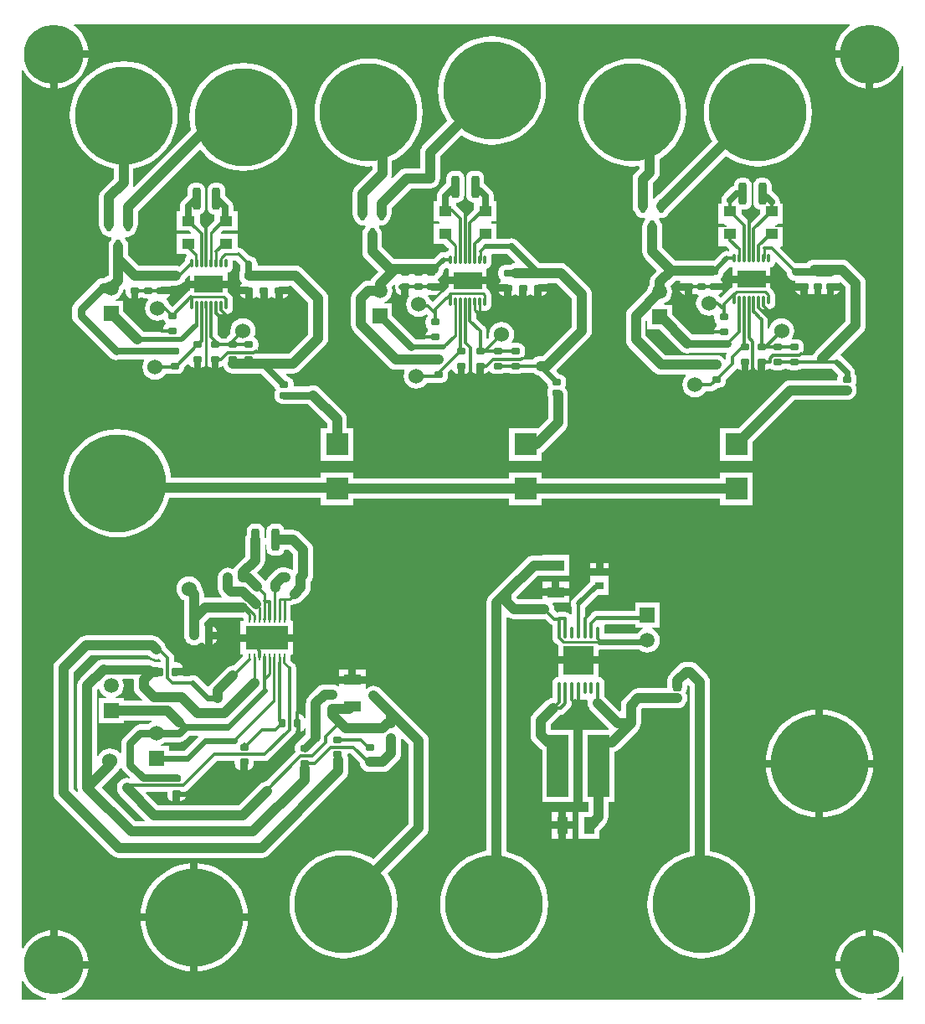
<source format=gtl>
%FSAX25Y25*%
%MOIN*%
G70*
G01*
G75*
G04 Layer_Physical_Order=1*
G04 Layer_Color=255*
%ADD10R,0.05118X0.03937*%
G04:AMPARAMS|DCode=11|XSize=23.62mil|YSize=35.43mil|CornerRadius=5.91mil|HoleSize=0mil|Usage=FLASHONLY|Rotation=270.000|XOffset=0mil|YOffset=0mil|HoleType=Round|Shape=RoundedRectangle|*
%AMROUNDEDRECTD11*
21,1,0.02362,0.02362,0,0,270.0*
21,1,0.01181,0.03543,0,0,270.0*
1,1,0.01181,-0.01181,-0.00591*
1,1,0.01181,-0.01181,0.00591*
1,1,0.01181,0.01181,0.00591*
1,1,0.01181,0.01181,-0.00591*
%
%ADD11ROUNDEDRECTD11*%
%ADD12R,0.09055X0.09055*%
%ADD13R,0.00984X0.02756*%
%ADD14R,0.17087X0.09606*%
G04:AMPARAMS|DCode=15|XSize=23.62mil|YSize=35.43mil|CornerRadius=5.91mil|HoleSize=0mil|Usage=FLASHONLY|Rotation=0.000|XOffset=0mil|YOffset=0mil|HoleType=Round|Shape=RoundedRectangle|*
%AMROUNDEDRECTD15*
21,1,0.02362,0.02362,0,0,0.0*
21,1,0.01181,0.03543,0,0,0.0*
1,1,0.01181,0.00591,-0.01181*
1,1,0.01181,-0.00591,-0.01181*
1,1,0.01181,-0.00591,0.01181*
1,1,0.01181,0.00591,0.01181*
%
%ADD15ROUNDEDRECTD15*%
%ADD16O,0.02165X0.05709*%
%ADD17O,0.02165X0.05709*%
%ADD18O,0.01181X0.03500*%
%ADD19R,0.11201X0.06500*%
%ADD20R,0.04331X0.06693*%
%ADD21R,0.06693X0.04331*%
%ADD22O,0.01378X0.05315*%
%ADD23R,0.12205X0.11811*%
G04:AMPARAMS|DCode=24|XSize=31.5mil|YSize=86.61mil|CornerRadius=7.87mil|HoleSize=0mil|Usage=FLASHONLY|Rotation=180.000|XOffset=0mil|YOffset=0mil|HoleType=Round|Shape=RoundedRectangle|*
%AMROUNDEDRECTD24*
21,1,0.03150,0.07087,0,0,180.0*
21,1,0.01575,0.08661,0,0,180.0*
1,1,0.01575,-0.00787,0.03543*
1,1,0.01575,0.00787,0.03543*
1,1,0.01575,0.00787,-0.03543*
1,1,0.01575,-0.00787,-0.03543*
%
%ADD24ROUNDEDRECTD24*%
%ADD25R,0.08661X0.24803*%
%ADD26R,0.03543X0.03150*%
%ADD27C,0.01181*%
%ADD28C,0.01260*%
%ADD29C,0.02756*%
%ADD30C,0.01024*%
%ADD31C,0.03150*%
%ADD32C,0.01969*%
%ADD33C,0.03937*%
%ADD34C,0.01102*%
%ADD35C,0.00984*%
%ADD36C,0.00906*%
%ADD37C,0.02362*%
%ADD38C,0.01000*%
%ADD39C,0.01575*%
%ADD40C,0.00866*%
%ADD41C,0.03543*%
%ADD42C,0.01299*%
%ADD43C,0.01063*%
%ADD44C,0.06000*%
%ADD45R,0.05906X0.05906*%
%ADD46C,0.05906*%
%ADD47C,0.23622*%
%ADD48C,0.38976*%
%ADD49C,0.01969*%
%ADD50C,0.01575*%
G36*
X0429124Y0499519D02*
X0428883Y0499371D01*
X0427234Y0497963D01*
X0425826Y0496313D01*
X0424692Y0494464D01*
X0423862Y0492460D01*
X0423356Y0490351D01*
X0423302Y0489665D01*
X0437008D01*
Y0488189D01*
X0438484D01*
Y0474483D01*
X0439170Y0474537D01*
X0441279Y0475043D01*
X0443283Y0475873D01*
X0445132Y0477007D01*
X0446782Y0478415D01*
X0448190Y0480064D01*
X0449324Y0481914D01*
X0450000Y0483547D01*
X0450500Y0483448D01*
Y0130725D01*
X0450000Y0130626D01*
X0449324Y0132259D01*
X0448190Y0134109D01*
X0446782Y0135758D01*
X0445132Y0137167D01*
X0443283Y0138300D01*
X0441279Y0139130D01*
X0439170Y0139636D01*
X0438484Y0139690D01*
Y0125984D01*
X0437008D01*
Y0124508D01*
X0423302D01*
X0423356Y0123822D01*
X0423862Y0121713D01*
X0424692Y0119709D01*
X0425826Y0117860D01*
X0427234Y0116210D01*
X0428883Y0114802D01*
X0430733Y0113669D01*
X0432737Y0112839D01*
X0433861Y0112569D01*
X0433802Y0112069D01*
X0115411D01*
X0115352Y0112569D01*
X0116476Y0112839D01*
X0118480Y0113669D01*
X0120329Y0114802D01*
X0121978Y0116210D01*
X0123387Y0117860D01*
X0124520Y0119709D01*
X0125350Y0121713D01*
X0125857Y0123822D01*
X0125911Y0124508D01*
X0112205D01*
Y0125984D01*
X0110728D01*
Y0139690D01*
X0110043Y0139636D01*
X0107933Y0139130D01*
X0105930Y0138300D01*
X0104080Y0137167D01*
X0102431Y0135758D01*
X0101022Y0134109D01*
X0100000Y0132440D01*
X0099500Y0132581D01*
Y0481592D01*
X0100000Y0481733D01*
X0101022Y0480064D01*
X0102431Y0478415D01*
X0104080Y0477007D01*
X0105930Y0475873D01*
X0107933Y0475043D01*
X0110043Y0474537D01*
X0110728Y0474483D01*
Y0488189D01*
X0112205D01*
Y0489665D01*
X0125911D01*
X0125857Y0490351D01*
X0125350Y0492460D01*
X0124520Y0494464D01*
X0123387Y0496313D01*
X0121978Y0497963D01*
X0120329Y0499371D01*
X0120089Y0499519D01*
X0120224Y0500000D01*
X0428988D01*
X0429124Y0499519D01*
D02*
G37*
G36*
X0450500Y0121243D02*
Y0112069D01*
X0450500Y0112069D01*
X0440214D01*
X0440155Y0112569D01*
X0441279Y0112839D01*
X0443283Y0113669D01*
X0445132Y0114802D01*
X0446782Y0116210D01*
X0448190Y0117860D01*
X0449324Y0119709D01*
X0450000Y0121343D01*
X0450500Y0121243D01*
D02*
G37*
G36*
X0101022Y0117860D02*
X0102431Y0116210D01*
X0104080Y0114802D01*
X0105930Y0113669D01*
X0107933Y0112839D01*
X0109058Y0112569D01*
X0108999Y0112069D01*
X0099500D01*
Y0119387D01*
X0100000Y0119528D01*
X0101022Y0117860D01*
D02*
G37*
%LPC*%
G36*
X0418476Y0227406D02*
Y0207476D01*
X0438406D01*
X0438319Y0208807D01*
X0437770Y0211565D01*
X0436866Y0214229D01*
X0435622Y0216751D01*
X0434059Y0219090D01*
X0432205Y0221205D01*
X0430090Y0223059D01*
X0427751Y0224622D01*
X0425229Y0225866D01*
X0422565Y0226770D01*
X0419807Y0227319D01*
X0418476Y0227406D01*
D02*
G37*
G36*
X0365437Y0246471D02*
X0363937D01*
X0362909Y0246336D01*
X0361951Y0245939D01*
X0361129Y0245308D01*
X0357629Y0241808D01*
X0356998Y0240985D01*
X0356601Y0240028D01*
X0356466Y0239000D01*
Y0236657D01*
X0356516Y0236280D01*
X0356186Y0235904D01*
X0344870D01*
X0343842Y0235769D01*
X0342884Y0235372D01*
X0342062Y0234741D01*
X0339129Y0231808D01*
X0338498Y0230985D01*
X0338101Y0230028D01*
X0337966Y0229000D01*
Y0226980D01*
X0337504Y0226789D01*
X0331485Y0232808D01*
X0331298Y0232951D01*
Y0233520D01*
X0331358Y0233973D01*
Y0237910D01*
X0331266Y0238603D01*
X0330998Y0239250D01*
X0330573Y0239805D01*
X0330017Y0240231D01*
X0329371Y0240499D01*
X0329071Y0240538D01*
Y0245587D01*
X0312929D01*
Y0240538D01*
X0312629Y0240499D01*
X0311983Y0240231D01*
X0311427Y0239805D01*
X0311001Y0239250D01*
X0310734Y0238603D01*
X0310642Y0237910D01*
Y0233973D01*
X0310734Y0233279D01*
X0310742Y0233260D01*
Y0232000D01*
X0309972Y0231899D01*
X0309015Y0231502D01*
X0308192Y0230871D01*
X0303129Y0225808D01*
X0302498Y0224986D01*
X0302101Y0224028D01*
X0301966Y0223000D01*
Y0217500D01*
X0302101Y0216472D01*
X0302498Y0215514D01*
X0303129Y0214692D01*
X0306129Y0211692D01*
X0306567Y0211356D01*
Y0190630D01*
X0319165D01*
Y0219370D01*
X0309908D01*
Y0221355D01*
X0313808Y0225255D01*
X0313951Y0225442D01*
X0314000D01*
X0314678Y0225532D01*
X0315310Y0225793D01*
X0315853Y0226210D01*
X0317735Y0228092D01*
X0318151Y0228634D01*
X0318413Y0229267D01*
X0318503Y0229945D01*
X0318463Y0230246D01*
Y0231295D01*
X0319135Y0231383D01*
X0319721Y0231626D01*
X0320306Y0231383D01*
X0321000Y0231292D01*
X0321694Y0231383D01*
X0322280Y0231626D01*
X0322865Y0231383D01*
X0323559Y0231292D01*
X0324253Y0231383D01*
X0324488Y0231481D01*
X0324871Y0231098D01*
X0324841Y0231028D01*
X0324706Y0230000D01*
X0324841Y0228972D01*
X0325238Y0228014D01*
X0325869Y0227192D01*
X0333191Y0219870D01*
X0332984Y0219370D01*
X0322709D01*
Y0215326D01*
X0322668Y0215018D01*
X0322600Y0214500D01*
X0322600Y0214500D01*
X0322600Y0214500D01*
X0322670Y0213970D01*
X0322709Y0213674D01*
Y0190630D01*
X0325037D01*
Y0186815D01*
X0321118D01*
Y0176185D01*
X0329386D01*
Y0179333D01*
X0331816Y0181763D01*
X0332447Y0182585D01*
X0332843Y0183543D01*
X0332979Y0184571D01*
Y0190630D01*
X0335307D01*
Y0210644D01*
X0335465Y0210664D01*
X0336422Y0211061D01*
X0337245Y0211692D01*
X0344745Y0219192D01*
X0345376Y0220015D01*
X0345773Y0220972D01*
X0345908Y0222000D01*
Y0227355D01*
X0346515Y0227962D01*
X0360437D01*
X0361465Y0228097D01*
X0362422Y0228494D01*
X0363245Y0229125D01*
X0363876Y0229947D01*
X0364273Y0230905D01*
X0364408Y0231933D01*
X0364273Y0232961D01*
X0363876Y0233918D01*
X0363762Y0234067D01*
X0363853Y0234186D01*
X0364111Y0234808D01*
X0364195Y0235441D01*
X0364273Y0235630D01*
X0364408Y0236657D01*
Y0237206D01*
X0364867Y0237454D01*
X0365466Y0236855D01*
Y0170975D01*
X0364435Y0170770D01*
X0361771Y0169866D01*
X0359249Y0168622D01*
X0356910Y0167059D01*
X0354795Y0165205D01*
X0352941Y0163090D01*
X0351378Y0160751D01*
X0350134Y0158229D01*
X0349230Y0155565D01*
X0348681Y0152807D01*
X0348497Y0150000D01*
X0348681Y0147193D01*
X0349230Y0144435D01*
X0350134Y0141771D01*
X0351378Y0139249D01*
X0352941Y0136910D01*
X0354795Y0134795D01*
X0356910Y0132941D01*
X0359249Y0131378D01*
X0361771Y0130134D01*
X0364435Y0129230D01*
X0367193Y0128681D01*
X0370000Y0128497D01*
X0372807Y0128681D01*
X0375565Y0129230D01*
X0378229Y0130134D01*
X0380751Y0131378D01*
X0383090Y0132941D01*
X0385205Y0134795D01*
X0387059Y0136910D01*
X0388622Y0139249D01*
X0389866Y0141771D01*
X0390770Y0144435D01*
X0391319Y0147193D01*
X0391503Y0150000D01*
X0391319Y0152807D01*
X0390770Y0155565D01*
X0389866Y0158229D01*
X0388622Y0160751D01*
X0387059Y0163090D01*
X0385205Y0165205D01*
X0383090Y0167059D01*
X0380751Y0168622D01*
X0378229Y0169866D01*
X0375565Y0170770D01*
X0373408Y0171199D01*
Y0238500D01*
X0373273Y0239528D01*
X0372876Y0240486D01*
X0372245Y0241308D01*
X0368245Y0245308D01*
X0367423Y0245939D01*
X0366465Y0246336D01*
X0365437Y0246471D01*
D02*
G37*
G36*
X0415524Y0227406D02*
X0414193Y0227319D01*
X0411435Y0226770D01*
X0408771Y0225866D01*
X0406249Y0224622D01*
X0403910Y0223059D01*
X0401795Y0221205D01*
X0399941Y0219090D01*
X0398378Y0216751D01*
X0397134Y0214229D01*
X0396230Y0211565D01*
X0395681Y0208807D01*
X0395594Y0207476D01*
X0415524D01*
Y0227406D01*
D02*
G37*
G36*
Y0204524D02*
X0395594D01*
X0395681Y0203193D01*
X0396230Y0200435D01*
X0397134Y0197771D01*
X0398378Y0195249D01*
X0399941Y0192910D01*
X0401795Y0190795D01*
X0403910Y0188941D01*
X0406249Y0187378D01*
X0408771Y0186134D01*
X0411435Y0185230D01*
X0414193Y0184681D01*
X0415524Y0184594D01*
Y0204524D01*
D02*
G37*
G36*
X0438406D02*
X0418476D01*
Y0184594D01*
X0419807Y0184681D01*
X0422565Y0185230D01*
X0425229Y0186134D01*
X0427751Y0187378D01*
X0430090Y0188941D01*
X0432205Y0190795D01*
X0434059Y0192910D01*
X0435622Y0195249D01*
X0436866Y0197771D01*
X0437770Y0200435D01*
X0438319Y0203193D01*
X0438406Y0204524D01*
D02*
G37*
G36*
X0229524Y0243449D02*
X0225685D01*
Y0240791D01*
X0229524D01*
Y0243449D01*
D02*
G37*
G36*
X0310524Y0278319D02*
X0306685D01*
Y0275661D01*
X0310524D01*
Y0278319D01*
D02*
G37*
G36*
X0317315D02*
X0313476D01*
Y0275661D01*
X0317315D01*
Y0278319D01*
D02*
G37*
G36*
X0175398Y0260584D02*
Y0258476D01*
X0177054D01*
X0177005Y0258849D01*
X0176747Y0259471D01*
X0176337Y0260006D01*
X0175802Y0260416D01*
X0175398Y0260584D01*
D02*
G37*
G36*
X0236315Y0243449D02*
X0232476D01*
Y0240791D01*
X0236315D01*
Y0243449D01*
D02*
G37*
G36*
X0177054Y0255523D02*
X0175398D01*
Y0253415D01*
X0175802Y0253583D01*
X0176337Y0253993D01*
X0176747Y0254528D01*
X0177005Y0255151D01*
X0177054Y0255523D01*
D02*
G37*
G36*
X0435532Y0139690D02*
X0434846Y0139636D01*
X0432737Y0139130D01*
X0430733Y0138300D01*
X0428883Y0137167D01*
X0427234Y0135758D01*
X0425826Y0134109D01*
X0424692Y0132259D01*
X0423862Y0130255D01*
X0423356Y0128147D01*
X0423302Y0127461D01*
X0435532D01*
Y0139690D01*
D02*
G37*
G36*
X0166524Y0166206D02*
X0165193Y0166119D01*
X0162435Y0165570D01*
X0159771Y0164666D01*
X0157249Y0163422D01*
X0154910Y0161859D01*
X0152795Y0160005D01*
X0150941Y0157890D01*
X0149378Y0155551D01*
X0148134Y0153029D01*
X0147230Y0150365D01*
X0146681Y0147607D01*
X0146594Y0146276D01*
X0166524D01*
Y0166206D01*
D02*
G37*
G36*
X0113681Y0139690D02*
Y0127461D01*
X0125911D01*
X0125857Y0128147D01*
X0125350Y0130255D01*
X0124520Y0132259D01*
X0123387Y0134109D01*
X0121978Y0135758D01*
X0120329Y0137167D01*
X0118480Y0138300D01*
X0116476Y0139130D01*
X0114367Y0139636D01*
X0113681Y0139690D01*
D02*
G37*
G36*
X0166524Y0143324D02*
X0146594D01*
X0146681Y0141993D01*
X0147230Y0139235D01*
X0148134Y0136571D01*
X0149378Y0134049D01*
X0150941Y0131710D01*
X0152795Y0129595D01*
X0154910Y0127741D01*
X0157249Y0126178D01*
X0159771Y0124934D01*
X0162435Y0124030D01*
X0165193Y0123481D01*
X0166524Y0123394D01*
Y0143324D01*
D02*
G37*
G36*
X0189406D02*
X0169476D01*
Y0123394D01*
X0170807Y0123481D01*
X0173565Y0124030D01*
X0176229Y0124934D01*
X0178751Y0126178D01*
X0181090Y0127741D01*
X0183205Y0129595D01*
X0185059Y0131710D01*
X0186622Y0134049D01*
X0187866Y0136571D01*
X0188770Y0139235D01*
X0189319Y0141993D01*
X0189406Y0143324D01*
D02*
G37*
G36*
X0169476Y0166206D02*
Y0146276D01*
X0189406D01*
X0189319Y0147607D01*
X0188770Y0150365D01*
X0187866Y0153029D01*
X0186622Y0155551D01*
X0185059Y0157890D01*
X0183205Y0160005D01*
X0181090Y0161859D01*
X0178751Y0163422D01*
X0176229Y0164666D01*
X0173565Y0165570D01*
X0170807Y0166119D01*
X0169476Y0166206D01*
D02*
G37*
G36*
X0313146Y0186815D02*
X0310488D01*
Y0182976D01*
X0313146D01*
Y0186815D01*
D02*
G37*
G36*
X0318756D02*
X0316098D01*
Y0182976D01*
X0318756D01*
Y0186815D01*
D02*
G37*
G36*
Y0180024D02*
X0316098D01*
Y0176185D01*
X0318756D01*
Y0180024D01*
D02*
G37*
G36*
X0151469Y0256971D02*
X0124969D01*
X0123941Y0256836D01*
X0122983Y0256439D01*
X0122161Y0255808D01*
X0113161Y0246808D01*
X0112530Y0245986D01*
X0112133Y0245028D01*
X0111998Y0244000D01*
Y0194500D01*
X0112133Y0193472D01*
X0112530Y0192515D01*
X0113161Y0191692D01*
X0135161Y0169692D01*
X0135983Y0169061D01*
X0136941Y0168664D01*
X0137969Y0168529D01*
X0194969D01*
X0195996Y0168664D01*
X0196954Y0169061D01*
X0197776Y0169692D01*
X0228276Y0200192D01*
X0228908Y0201014D01*
X0229304Y0201972D01*
X0229440Y0203000D01*
Y0207500D01*
X0229304Y0208528D01*
X0228952Y0209379D01*
X0229094Y0209709D01*
X0229236Y0209879D01*
X0230383D01*
X0234040Y0206222D01*
X0234133Y0205519D01*
X0234529Y0204562D01*
X0235160Y0203739D01*
X0235983Y0203108D01*
X0236940Y0202712D01*
X0237968Y0202576D01*
X0243016D01*
X0244044Y0202712D01*
X0245001Y0203108D01*
X0245824Y0203739D01*
X0249276Y0207192D01*
X0249907Y0208014D01*
X0250304Y0208972D01*
X0250439Y0210000D01*
Y0215706D01*
X0250939Y0215914D01*
X0253498Y0213355D01*
Y0182113D01*
X0239303Y0167919D01*
X0238251Y0168622D01*
X0235729Y0169866D01*
X0233065Y0170770D01*
X0230307Y0171319D01*
X0227500Y0171503D01*
X0224693Y0171319D01*
X0221935Y0170770D01*
X0219271Y0169866D01*
X0216749Y0168622D01*
X0214410Y0167059D01*
X0212295Y0165205D01*
X0210441Y0163090D01*
X0208878Y0160751D01*
X0207634Y0158229D01*
X0206730Y0155565D01*
X0206181Y0152807D01*
X0205997Y0150000D01*
X0206181Y0147193D01*
X0206730Y0144435D01*
X0207634Y0141771D01*
X0208878Y0139249D01*
X0210441Y0136910D01*
X0212295Y0134795D01*
X0214410Y0132941D01*
X0216749Y0131378D01*
X0219271Y0130134D01*
X0221935Y0129230D01*
X0224693Y0128681D01*
X0227500Y0128497D01*
X0230307Y0128681D01*
X0233065Y0129230D01*
X0235729Y0130134D01*
X0238251Y0131378D01*
X0240590Y0132941D01*
X0242705Y0134795D01*
X0244559Y0136910D01*
X0246122Y0139249D01*
X0247366Y0141771D01*
X0248270Y0144435D01*
X0248819Y0147193D01*
X0249003Y0150000D01*
X0248819Y0152807D01*
X0248270Y0155565D01*
X0247366Y0158229D01*
X0246122Y0160751D01*
X0245019Y0162403D01*
X0260277Y0177661D01*
X0260908Y0178483D01*
X0261304Y0179441D01*
X0261440Y0180469D01*
Y0215000D01*
X0261304Y0216028D01*
X0260908Y0216986D01*
X0260277Y0217808D01*
X0249276Y0228808D01*
X0242324Y0235761D01*
X0241501Y0236392D01*
X0240544Y0236789D01*
X0239516Y0236924D01*
X0238488Y0236789D01*
X0237530Y0236392D01*
X0236815Y0235843D01*
X0236315Y0236004D01*
Y0237839D01*
X0225685D01*
Y0236896D01*
X0225237Y0236675D01*
X0224954Y0236892D01*
X0223996Y0237288D01*
X0222968Y0237424D01*
X0219921D01*
X0219921Y0237424D01*
X0219921Y0237424D01*
X0219425Y0237358D01*
X0218893Y0237288D01*
X0218893Y0237288D01*
X0218893Y0237288D01*
X0218457Y0237108D01*
X0217936Y0236892D01*
X0217936Y0236892D01*
X0217936Y0236892D01*
X0217546Y0236593D01*
X0217113Y0236261D01*
X0217113Y0236261D01*
X0217113Y0236261D01*
X0213661Y0232808D01*
X0213349Y0232401D01*
X0213030Y0231985D01*
X0213030Y0231985D01*
X0213030Y0231985D01*
X0212851Y0231555D01*
X0212633Y0231028D01*
X0212633Y0231028D01*
X0212633Y0231028D01*
X0212566Y0230518D01*
X0212498Y0230000D01*
Y0223919D01*
X0212005Y0223849D01*
X0211747Y0224471D01*
X0211337Y0225006D01*
X0210802Y0225416D01*
X0210180Y0225674D01*
X0209512Y0225762D01*
X0208589D01*
Y0244000D01*
X0208500Y0244678D01*
X0208238Y0245310D01*
X0207822Y0245853D01*
X0207507Y0246095D01*
X0206427Y0247174D01*
Y0248520D01*
X0206386Y0248728D01*
X0206691Y0249228D01*
X0207512D01*
Y0254524D01*
X0186488D01*
Y0249228D01*
X0187283D01*
X0187490Y0248728D01*
X0183702Y0244940D01*
X0183469Y0244971D01*
X0182441Y0244836D01*
X0181483Y0244439D01*
X0180661Y0243808D01*
X0174660Y0237807D01*
X0174029Y0236985D01*
X0173893Y0236656D01*
X0173403Y0236559D01*
X0169715Y0240246D01*
X0169057Y0240751D01*
X0168291Y0241069D01*
X0167469Y0241177D01*
X0166646Y0241069D01*
X0165880Y0240751D01*
X0165710Y0240621D01*
X0164005D01*
X0163653Y0241023D01*
X0160421D01*
Y0243976D01*
X0163554D01*
X0163505Y0244349D01*
X0163247Y0244971D01*
X0162837Y0245506D01*
X0162302Y0245916D01*
X0161680Y0246174D01*
X0161012Y0246262D01*
X0160089D01*
Y0248000D01*
X0160000Y0248678D01*
X0159738Y0249310D01*
X0159322Y0249853D01*
X0156828Y0252347D01*
X0156804Y0252528D01*
X0156408Y0253485D01*
X0155777Y0254308D01*
X0154277Y0255808D01*
X0153454Y0256439D01*
X0152496Y0256836D01*
X0151469Y0256971D01*
D02*
G37*
G36*
X0313146Y0180024D02*
X0310488D01*
Y0176185D01*
X0313146D01*
Y0180024D01*
D02*
G37*
G36*
X0317315Y0288949D02*
X0306685D01*
Y0288786D01*
X0303252D01*
X0302224Y0288651D01*
X0301828Y0288486D01*
X0301267Y0288254D01*
X0300444Y0287623D01*
X0289692Y0276871D01*
X0285692Y0272871D01*
X0285061Y0272048D01*
X0284664Y0271091D01*
X0284529Y0270063D01*
Y0171286D01*
X0281935Y0170770D01*
X0279271Y0169866D01*
X0276749Y0168622D01*
X0274410Y0167059D01*
X0272295Y0165205D01*
X0270441Y0163090D01*
X0268878Y0160751D01*
X0267634Y0158229D01*
X0266730Y0155565D01*
X0266181Y0152807D01*
X0265997Y0150000D01*
X0266181Y0147193D01*
X0266730Y0144435D01*
X0267634Y0141771D01*
X0268878Y0139249D01*
X0270441Y0136910D01*
X0272295Y0134795D01*
X0274410Y0132941D01*
X0276749Y0131378D01*
X0279271Y0130134D01*
X0281935Y0129230D01*
X0284693Y0128681D01*
X0287500Y0128497D01*
X0290307Y0128681D01*
X0293065Y0129230D01*
X0295729Y0130134D01*
X0298251Y0131378D01*
X0300590Y0132941D01*
X0302705Y0134795D01*
X0304559Y0136910D01*
X0306122Y0139249D01*
X0307366Y0141771D01*
X0308270Y0144435D01*
X0308819Y0147193D01*
X0309003Y0150000D01*
X0308819Y0152807D01*
X0308270Y0155565D01*
X0307366Y0158229D01*
X0306122Y0160751D01*
X0304559Y0163090D01*
X0302705Y0165205D01*
X0300590Y0167059D01*
X0298251Y0168622D01*
X0295729Y0169866D01*
X0293065Y0170770D01*
X0292471Y0170888D01*
Y0264183D01*
X0292971Y0264430D01*
X0293451Y0264061D01*
X0294409Y0263664D01*
X0295437Y0263529D01*
X0307437D01*
X0307671Y0263560D01*
X0309574Y0261656D01*
X0310117Y0261240D01*
X0310702Y0260998D01*
Y0260606D01*
X0310642Y0260154D01*
Y0256217D01*
X0310734Y0255523D01*
X0311001Y0254876D01*
X0311048Y0254815D01*
X0311053Y0254804D01*
X0311470Y0254261D01*
X0312012Y0253844D01*
X0312019Y0253842D01*
X0312929Y0252931D01*
Y0248539D01*
X0329071D01*
Y0251001D01*
X0329447Y0251330D01*
X0329500Y0251323D01*
X0345208D01*
X0346018Y0250701D01*
X0347215Y0250205D01*
X0348500Y0250036D01*
X0349785Y0250205D01*
X0350982Y0250701D01*
X0352010Y0251490D01*
X0352799Y0252518D01*
X0353295Y0253715D01*
X0353464Y0255000D01*
X0353295Y0256285D01*
X0352799Y0257482D01*
X0352010Y0258510D01*
X0350982Y0259299D01*
X0350306Y0259579D01*
X0350405Y0260079D01*
X0353421D01*
Y0269921D01*
X0343579D01*
Y0266780D01*
X0328500D01*
X0327781Y0266685D01*
X0327110Y0266407D01*
X0326535Y0265966D01*
X0326093Y0265390D01*
X0326029Y0265235D01*
X0324265Y0263471D01*
X0324121Y0263284D01*
X0323621Y0263453D01*
Y0267972D01*
X0328850Y0273201D01*
X0333177D01*
Y0278713D01*
Y0280780D01*
X0325697D01*
Y0278713D01*
Y0278472D01*
X0318894Y0271669D01*
X0318421Y0271052D01*
X0318123Y0270334D01*
X0318022Y0269563D01*
X0318123Y0268792D01*
X0318379Y0268174D01*
Y0265453D01*
X0317879Y0265284D01*
X0317735Y0265471D01*
X0317192Y0265888D01*
X0316560Y0266150D01*
X0315882Y0266239D01*
X0313431D01*
X0312753Y0266150D01*
X0312707Y0266130D01*
X0312513D01*
X0311377Y0267266D01*
X0311408Y0267500D01*
X0311273Y0268528D01*
X0310876Y0269485D01*
X0310786Y0269603D01*
X0311007Y0270051D01*
X0317315D01*
Y0272709D01*
X0306685D01*
Y0271471D01*
X0297082D01*
X0296471Y0272082D01*
Y0272418D01*
X0304897Y0280844D01*
X0306685D01*
Y0280681D01*
X0317315D01*
Y0288949D01*
D02*
G37*
G36*
X0137500Y0339003D02*
X0134693Y0338819D01*
X0131935Y0338270D01*
X0129271Y0337366D01*
X0126749Y0336122D01*
X0124410Y0334559D01*
X0122295Y0332705D01*
X0120441Y0330590D01*
X0118878Y0328251D01*
X0117634Y0325729D01*
X0116730Y0323065D01*
X0116181Y0320307D01*
X0115997Y0317500D01*
X0116181Y0314693D01*
X0116730Y0311935D01*
X0117634Y0309271D01*
X0118878Y0306749D01*
X0120441Y0304410D01*
X0122295Y0302295D01*
X0124410Y0300441D01*
X0126749Y0298878D01*
X0129271Y0297634D01*
X0131935Y0296730D01*
X0134693Y0296181D01*
X0137500Y0295997D01*
X0140307Y0296181D01*
X0143065Y0296730D01*
X0145729Y0297634D01*
X0148251Y0298878D01*
X0150590Y0300441D01*
X0152705Y0302295D01*
X0154559Y0304410D01*
X0156122Y0306749D01*
X0157366Y0309271D01*
X0158166Y0311629D01*
X0218404D01*
Y0308746D01*
X0231396D01*
Y0311271D01*
X0293404D01*
Y0308746D01*
X0306396D01*
Y0311271D01*
X0377404D01*
Y0308746D01*
X0390396D01*
Y0321738D01*
X0377404D01*
Y0319213D01*
X0306396D01*
Y0321738D01*
X0293404D01*
Y0319213D01*
X0231396D01*
Y0321738D01*
X0218404D01*
Y0319571D01*
X0158867D01*
X0158819Y0320307D01*
X0158270Y0323065D01*
X0157366Y0325729D01*
X0156122Y0328251D01*
X0154559Y0330590D01*
X0152705Y0332705D01*
X0150590Y0334559D01*
X0148251Y0336122D01*
X0145729Y0337366D01*
X0143065Y0338270D01*
X0140307Y0338819D01*
X0137500Y0339003D01*
D02*
G37*
G36*
X0140000Y0485303D02*
X0137193Y0485119D01*
X0134435Y0484570D01*
X0131771Y0483666D01*
X0129249Y0482422D01*
X0126910Y0480859D01*
X0124795Y0479005D01*
X0122941Y0476890D01*
X0121378Y0474551D01*
X0120134Y0472029D01*
X0119230Y0469365D01*
X0118681Y0466607D01*
X0118497Y0463800D01*
X0118681Y0460993D01*
X0119230Y0458235D01*
X0120134Y0455571D01*
X0121378Y0453049D01*
X0122941Y0450710D01*
X0124795Y0448595D01*
X0126910Y0446741D01*
X0129249Y0445178D01*
X0131771Y0443934D01*
X0134435Y0443030D01*
X0135929Y0442733D01*
Y0438745D01*
X0131321Y0434136D01*
X0130689Y0433314D01*
X0130293Y0432356D01*
X0130157Y0431328D01*
Y0420332D01*
X0130293Y0419305D01*
X0130689Y0418347D01*
X0131178Y0417710D01*
X0131463Y0417022D01*
X0131952Y0416385D01*
X0132590Y0415896D01*
X0133332Y0415588D01*
X0134128Y0415483D01*
X0134883Y0415583D01*
X0135002Y0415475D01*
X0135150Y0415257D01*
X0135195Y0415159D01*
X0134918Y0414490D01*
X0134430Y0413853D01*
X0134033Y0412896D01*
X0133898Y0411868D01*
Y0406552D01*
Y0399932D01*
X0133615Y0399895D01*
X0132418Y0399399D01*
X0131991Y0399071D01*
X0131900D01*
X0130872Y0398936D01*
X0129914Y0398539D01*
X0129092Y0397908D01*
X0128882Y0397634D01*
X0128873Y0397627D01*
X0120373Y0389127D01*
X0119805Y0388387D01*
X0119657Y0388030D01*
X0119448Y0387525D01*
X0119326Y0386600D01*
Y0384100D01*
X0119448Y0383175D01*
X0119657Y0382670D01*
X0119805Y0382313D01*
X0120373Y0381573D01*
X0134420Y0367526D01*
X0135160Y0366958D01*
X0136022Y0366601D01*
X0136947Y0366479D01*
X0137872Y0366601D01*
X0138057Y0366677D01*
X0147933D01*
X0148155Y0366229D01*
X0148060Y0366106D01*
X0147559Y0364897D01*
X0147389Y0363600D01*
X0147559Y0362303D01*
X0148060Y0361094D01*
X0148856Y0360056D01*
X0149894Y0359260D01*
X0151103Y0358759D01*
X0152400Y0358589D01*
X0153697Y0358759D01*
X0154906Y0359260D01*
X0155944Y0360056D01*
X0156652Y0360979D01*
X0159191D01*
X0159219Y0360976D01*
X0161581D01*
X0162249Y0361064D01*
X0162871Y0361321D01*
X0163406Y0361732D01*
X0163816Y0362266D01*
X0164074Y0362889D01*
X0164162Y0363557D01*
Y0363640D01*
X0165439Y0364917D01*
X0165869Y0364832D01*
X0165971Y0364741D01*
X0166362Y0364231D01*
X0166896Y0363821D01*
X0167519Y0363563D01*
X0167892Y0363514D01*
Y0366647D01*
X0170845D01*
Y0363514D01*
X0171217Y0363563D01*
X0171840Y0363821D01*
X0172374Y0364231D01*
X0172554Y0364466D01*
X0173182D01*
X0173362Y0364231D01*
X0173897Y0363821D01*
X0174519Y0363563D01*
X0174892Y0363514D01*
Y0366647D01*
X0177845D01*
Y0363514D01*
X0178217Y0363563D01*
X0178840Y0363821D01*
X0179111Y0364030D01*
X0179171Y0364039D01*
X0179699Y0363869D01*
X0179996Y0363150D01*
X0180628Y0362328D01*
X0181450Y0361696D01*
X0182408Y0361300D01*
X0183435Y0361164D01*
X0194598D01*
X0200170Y0355592D01*
X0200194Y0355408D01*
X0200452Y0354786D01*
X0200595Y0354600D01*
X0200452Y0354414D01*
X0200194Y0353792D01*
X0200106Y0353123D01*
Y0351942D01*
X0200194Y0351274D01*
X0200452Y0350652D01*
X0200862Y0350117D01*
X0201397Y0349707D01*
X0202020Y0349449D01*
X0202077Y0349442D01*
X0202082Y0349438D01*
X0202944Y0349081D01*
X0203869Y0348959D01*
X0213327D01*
X0220929Y0341357D01*
Y0339454D01*
X0218404D01*
Y0326462D01*
X0231396D01*
Y0339454D01*
X0228871D01*
Y0343002D01*
X0228736Y0344029D01*
X0228339Y0344987D01*
X0227708Y0345810D01*
X0218177Y0355341D01*
X0217354Y0355972D01*
X0216396Y0356369D01*
X0215369Y0356504D01*
X0214341Y0356369D01*
X0213709Y0356107D01*
X0207631D01*
Y0357258D01*
X0207543Y0357926D01*
X0207285Y0358548D01*
X0206875Y0359083D01*
X0206340Y0359493D01*
X0205718Y0359751D01*
X0205534Y0359775D01*
X0204607Y0360702D01*
X0204798Y0361164D01*
X0207435D01*
X0208463Y0361300D01*
X0209421Y0361696D01*
X0210243Y0362328D01*
X0220208Y0372292D01*
X0220839Y0373114D01*
X0221236Y0374072D01*
X0221371Y0375100D01*
Y0391100D01*
X0221236Y0392128D01*
X0220839Y0393086D01*
X0220208Y0393908D01*
X0211255Y0402861D01*
X0210433Y0403492D01*
X0209475Y0403889D01*
X0208447Y0404024D01*
X0193244D01*
Y0404600D01*
X0193129Y0405474D01*
X0192792Y0406288D01*
X0192255Y0406987D01*
X0191556Y0407523D01*
X0190742Y0407860D01*
X0190185Y0407934D01*
X0187694Y0410425D01*
X0187159Y0410835D01*
X0186537Y0411093D01*
X0185869Y0411181D01*
X0185728Y0411163D01*
X0185228Y0411589D01*
Y0416732D01*
X0178892D01*
X0178701Y0417194D01*
X0179420Y0417913D01*
X0185228D01*
Y0425787D01*
X0183744D01*
Y0427234D01*
X0183629Y0428107D01*
X0183530Y0428346D01*
X0183292Y0428922D01*
X0182755Y0429621D01*
X0180373Y0432003D01*
Y0434143D01*
X0180278Y0434863D01*
X0180000Y0435533D01*
X0179559Y0436109D01*
X0178983Y0436551D01*
X0178312Y0436828D01*
X0177593Y0436923D01*
X0176018D01*
X0175299Y0436828D01*
X0174628Y0436551D01*
X0174053Y0436109D01*
X0173611Y0435533D01*
X0173333Y0434863D01*
X0173239Y0434143D01*
Y0427057D01*
X0173333Y0426337D01*
X0173611Y0425667D01*
X0174053Y0425091D01*
X0174628Y0424649D01*
X0175299Y0424372D01*
X0176018Y0424277D01*
X0176172D01*
Y0422079D01*
X0173047Y0418953D01*
X0172895Y0418755D01*
X0172396Y0418723D01*
X0170741Y0420378D01*
X0170741Y0420378D01*
X0170228Y0420891D01*
Y0424344D01*
X0170438Y0424372D01*
X0171109Y0424649D01*
X0171684Y0425091D01*
X0172126Y0425667D01*
X0172404Y0426337D01*
X0172499Y0427057D01*
Y0434143D01*
X0172404Y0434863D01*
X0172126Y0435533D01*
X0171684Y0436109D01*
X0171109Y0436551D01*
X0170438Y0436828D01*
X0169719Y0436923D01*
X0168144D01*
X0167425Y0436828D01*
X0166754Y0436551D01*
X0166179Y0436109D01*
X0165737Y0435533D01*
X0165459Y0434863D01*
X0165364Y0434143D01*
Y0432003D01*
X0163348Y0429987D01*
X0162812Y0429288D01*
X0162713Y0429049D01*
X0162474Y0428474D01*
X0162359Y0427600D01*
Y0425787D01*
X0161172D01*
Y0417913D01*
X0165905D01*
X0166624Y0417194D01*
X0166433Y0416732D01*
X0161172D01*
Y0408858D01*
X0164660D01*
X0165183Y0408334D01*
X0165154Y0407880D01*
X0164743Y0407345D01*
X0164486Y0406723D01*
X0164398Y0406055D01*
Y0405964D01*
X0162192Y0403759D01*
X0161881Y0403889D01*
X0160853Y0404024D01*
X0146013D01*
X0141840Y0408197D01*
Y0411868D01*
X0141704Y0412896D01*
X0141308Y0413853D01*
X0140819Y0414490D01*
X0140542Y0415159D01*
X0140588Y0415259D01*
X0140734Y0415474D01*
X0140854Y0415582D01*
X0141609Y0415483D01*
X0142405Y0415588D01*
X0143147Y0415895D01*
X0143785Y0416384D01*
X0144274Y0417022D01*
X0144559Y0417710D01*
X0145048Y0418347D01*
X0145444Y0419304D01*
X0145580Y0420332D01*
Y0425664D01*
X0170046Y0450130D01*
X0170631Y0450008D01*
X0172395Y0447995D01*
X0174510Y0446141D01*
X0176849Y0444578D01*
X0179371Y0443334D01*
X0182035Y0442430D01*
X0184793Y0441881D01*
X0187600Y0441697D01*
X0190407Y0441881D01*
X0193165Y0442430D01*
X0195829Y0443334D01*
X0198351Y0444578D01*
X0200690Y0446141D01*
X0202805Y0447995D01*
X0204659Y0450110D01*
X0206222Y0452449D01*
X0207466Y0454971D01*
X0208370Y0457635D01*
X0208919Y0460393D01*
X0209103Y0463200D01*
X0208919Y0466007D01*
X0208370Y0468765D01*
X0207466Y0471429D01*
X0206222Y0473951D01*
X0204659Y0476290D01*
X0202805Y0478405D01*
X0200690Y0480259D01*
X0198351Y0481822D01*
X0195829Y0483066D01*
X0193165Y0483970D01*
X0190407Y0484519D01*
X0187600Y0484703D01*
X0184793Y0484519D01*
X0182035Y0483970D01*
X0179371Y0483066D01*
X0176849Y0481822D01*
X0174510Y0480259D01*
X0172395Y0478405D01*
X0170541Y0476290D01*
X0168978Y0473951D01*
X0167734Y0471429D01*
X0166830Y0468765D01*
X0166281Y0466007D01*
X0166097Y0463200D01*
X0166281Y0460393D01*
X0166745Y0458061D01*
X0143938Y0435253D01*
X0143514Y0435537D01*
X0143736Y0436072D01*
X0143871Y0437100D01*
Y0442693D01*
X0145565Y0443030D01*
X0148229Y0443934D01*
X0150751Y0445178D01*
X0153090Y0446741D01*
X0155205Y0448595D01*
X0157059Y0450710D01*
X0158622Y0453049D01*
X0159866Y0455571D01*
X0160770Y0458235D01*
X0161319Y0460993D01*
X0161503Y0463800D01*
X0161319Y0466607D01*
X0160770Y0469365D01*
X0159866Y0472029D01*
X0158622Y0474551D01*
X0157059Y0476890D01*
X0155205Y0479005D01*
X0153090Y0480859D01*
X0150751Y0482422D01*
X0148229Y0483666D01*
X0145565Y0484570D01*
X0142807Y0485119D01*
X0140000Y0485303D01*
D02*
G37*
G36*
X0392500Y0486503D02*
X0389693Y0486319D01*
X0386935Y0485770D01*
X0384271Y0484866D01*
X0381749Y0483622D01*
X0379410Y0482059D01*
X0377295Y0480205D01*
X0375441Y0478090D01*
X0373878Y0475751D01*
X0372634Y0473229D01*
X0371730Y0470565D01*
X0371181Y0467807D01*
X0370997Y0465000D01*
X0371181Y0462193D01*
X0371730Y0459435D01*
X0372634Y0456771D01*
X0373878Y0454249D01*
X0374304Y0453612D01*
X0353216Y0432523D01*
X0352602Y0432269D01*
X0351964Y0431780D01*
X0351475Y0431143D01*
X0351190Y0430455D01*
X0351131Y0430377D01*
X0350631Y0430547D01*
Y0436715D01*
X0352208Y0438292D01*
X0352839Y0439115D01*
X0353236Y0440072D01*
X0353371Y0441100D01*
Y0446458D01*
X0355590Y0447941D01*
X0357705Y0449795D01*
X0359559Y0451910D01*
X0361122Y0454249D01*
X0362366Y0456771D01*
X0363270Y0459435D01*
X0363819Y0462193D01*
X0364003Y0465000D01*
X0363819Y0467807D01*
X0363270Y0470565D01*
X0362366Y0473229D01*
X0361122Y0475751D01*
X0359559Y0478090D01*
X0357705Y0480205D01*
X0355590Y0482059D01*
X0353251Y0483622D01*
X0350729Y0484866D01*
X0348065Y0485770D01*
X0345307Y0486319D01*
X0342500Y0486503D01*
X0339693Y0486319D01*
X0336935Y0485770D01*
X0334271Y0484866D01*
X0331749Y0483622D01*
X0329410Y0482059D01*
X0327295Y0480205D01*
X0325441Y0478090D01*
X0323878Y0475751D01*
X0322634Y0473229D01*
X0321730Y0470565D01*
X0321181Y0467807D01*
X0320997Y0465000D01*
X0321181Y0462193D01*
X0321730Y0459435D01*
X0322634Y0456771D01*
X0323878Y0454249D01*
X0325441Y0451910D01*
X0327295Y0449795D01*
X0329410Y0447941D01*
X0331749Y0446378D01*
X0334271Y0445134D01*
X0336935Y0444230D01*
X0339693Y0443681D01*
X0342500Y0443497D01*
X0344929Y0443656D01*
X0345415Y0443239D01*
X0345426Y0442741D01*
X0343852Y0441168D01*
X0343221Y0440345D01*
X0342824Y0439388D01*
X0342689Y0438360D01*
Y0427832D01*
X0342824Y0426805D01*
X0343221Y0425847D01*
X0343710Y0425210D01*
X0343995Y0424522D01*
X0344484Y0423885D01*
X0345121Y0423395D01*
X0345863Y0423088D01*
X0346660Y0422983D01*
X0347415Y0423083D01*
X0347533Y0422975D01*
X0347681Y0422757D01*
X0347727Y0422659D01*
X0347450Y0421990D01*
X0346961Y0421353D01*
X0346564Y0420396D01*
X0346429Y0419368D01*
Y0409632D01*
X0346564Y0408604D01*
X0346961Y0407646D01*
X0347592Y0406824D01*
X0352066Y0402350D01*
Y0401850D01*
X0350592Y0400377D01*
X0350592Y0400377D01*
X0350592Y0400377D01*
X0350245Y0399924D01*
X0349961Y0399554D01*
X0349961Y0399554D01*
X0349961Y0399554D01*
X0349765Y0399081D01*
X0349564Y0398597D01*
X0349564Y0398596D01*
X0349564Y0398596D01*
X0349509Y0398178D01*
X0349429Y0397569D01*
X0349429Y0397569D01*
X0349429Y0397569D01*
Y0396509D01*
X0349101Y0396082D01*
X0348605Y0394885D01*
X0348535Y0394351D01*
X0341092Y0386908D01*
X0340461Y0386086D01*
X0340064Y0385128D01*
X0339929Y0384100D01*
Y0374600D01*
X0340064Y0373572D01*
X0340461Y0372615D01*
X0341092Y0371792D01*
X0351139Y0361745D01*
X0351962Y0361114D01*
X0352919Y0360717D01*
X0353947Y0360582D01*
X0363692D01*
X0363809Y0360082D01*
X0363060Y0359106D01*
X0362559Y0357897D01*
X0362389Y0356600D01*
X0362559Y0355303D01*
X0363060Y0354094D01*
X0363856Y0353056D01*
X0364894Y0352260D01*
X0366103Y0351759D01*
X0367400Y0351589D01*
X0368697Y0351759D01*
X0369906Y0352260D01*
X0370944Y0353056D01*
X0371652Y0353979D01*
X0373852D01*
X0374531Y0354068D01*
X0375163Y0354330D01*
X0375706Y0354747D01*
X0376434Y0355475D01*
X0377081D01*
X0377749Y0355563D01*
X0378371Y0355821D01*
X0378906Y0356231D01*
X0379316Y0356766D01*
X0379574Y0357389D01*
X0379662Y0358057D01*
Y0358703D01*
X0383949Y0362990D01*
X0384393Y0363231D01*
X0384928Y0362821D01*
X0385550Y0362563D01*
X0385923Y0362514D01*
Y0365647D01*
X0388876D01*
Y0362514D01*
X0389249Y0362563D01*
X0389871Y0362821D01*
X0390406Y0363231D01*
X0390893D01*
X0391428Y0362821D01*
X0392051Y0362563D01*
X0392423Y0362514D01*
Y0365647D01*
X0395376D01*
Y0362514D01*
X0395749Y0362563D01*
X0396371Y0362821D01*
X0396906Y0363231D01*
X0397393D01*
X0397928Y0362821D01*
X0398551Y0362563D01*
X0399219Y0362475D01*
X0401581D01*
X0402249Y0362563D01*
X0402871Y0362821D01*
X0403138Y0363026D01*
X0404161D01*
X0404428Y0362821D01*
X0405051Y0362563D01*
X0405719Y0362475D01*
X0408081D01*
X0408749Y0362563D01*
X0409371Y0362821D01*
X0409639Y0363026D01*
X0421981D01*
X0424476Y0360531D01*
X0424226Y0359926D01*
X0424138Y0359258D01*
Y0358504D01*
X0405475D01*
X0404447Y0358369D01*
X0403489Y0357972D01*
X0402667Y0357341D01*
X0384780Y0339454D01*
X0377404D01*
Y0326462D01*
X0390396D01*
Y0333839D01*
X0407120Y0350562D01*
X0427900D01*
X0428928Y0350697D01*
X0429885Y0351094D01*
X0430708Y0351725D01*
X0431339Y0352548D01*
X0431736Y0353505D01*
X0431871Y0354533D01*
X0431736Y0355561D01*
X0431339Y0356519D01*
X0431225Y0356667D01*
X0431316Y0356786D01*
X0431574Y0357408D01*
X0431662Y0358077D01*
Y0359258D01*
X0431574Y0359926D01*
X0431316Y0360548D01*
X0431077Y0360860D01*
Y0361600D01*
X0430969Y0362422D01*
X0430744Y0362964D01*
X0430651Y0363188D01*
X0430432Y0363474D01*
X0430146Y0363846D01*
X0426099Y0367894D01*
X0425618Y0368263D01*
X0425506Y0368859D01*
X0434308Y0377661D01*
X0434939Y0378483D01*
X0435268Y0379276D01*
X0435336Y0379441D01*
Y0379441D01*
X0435336Y0379441D01*
X0435418Y0380063D01*
X0435471Y0380469D01*
Y0397032D01*
X0435336Y0398059D01*
X0434939Y0399017D01*
X0434308Y0399839D01*
X0428887Y0405261D01*
X0428064Y0405892D01*
X0427107Y0406288D01*
X0426079Y0406424D01*
X0415000D01*
X0413972Y0406288D01*
X0413014Y0405892D01*
X0412192Y0405261D01*
X0412089Y0405127D01*
X0407544D01*
X0401497Y0411173D01*
X0401688Y0411635D01*
X0402428D01*
Y0419509D01*
X0399396D01*
X0399297Y0420009D01*
X0399587Y0420130D01*
X0400286Y0420666D01*
X0400305Y0420691D01*
X0402428D01*
Y0428565D01*
X0401275D01*
Y0429234D01*
X0401160Y0430108D01*
X0400921Y0430683D01*
X0400823Y0430922D01*
X0400286Y0431621D01*
X0397904Y0434003D01*
Y0436143D01*
X0397809Y0436863D01*
X0397532Y0437533D01*
X0397090Y0438109D01*
X0396514Y0438551D01*
X0395844Y0438828D01*
X0395124Y0438923D01*
X0393550D01*
X0392830Y0438828D01*
X0392160Y0438551D01*
X0391584Y0438109D01*
X0391142Y0437533D01*
X0390865Y0436863D01*
X0390770Y0436143D01*
Y0429057D01*
X0390865Y0428337D01*
X0391142Y0427667D01*
X0391584Y0427091D01*
X0392160Y0426649D01*
X0392830Y0426372D01*
X0393372Y0426300D01*
Y0424740D01*
X0393314Y0424665D01*
X0389773Y0421124D01*
X0389213Y0421270D01*
X0389182Y0421343D01*
X0388772Y0421878D01*
X0385986Y0424665D01*
X0385928Y0424740D01*
Y0426277D01*
X0387250D01*
X0387970Y0426372D01*
X0388640Y0426649D01*
X0389216Y0427091D01*
X0389658Y0427667D01*
X0389935Y0428337D01*
X0390030Y0429057D01*
Y0436143D01*
X0389935Y0436863D01*
X0389658Y0437533D01*
X0389216Y0438109D01*
X0388640Y0438551D01*
X0387970Y0438828D01*
X0387250Y0438923D01*
X0385676D01*
X0384956Y0438828D01*
X0384286Y0438551D01*
X0383710Y0438109D01*
X0383268Y0437533D01*
X0382991Y0436863D01*
X0382896Y0436143D01*
Y0435806D01*
X0382451Y0435622D01*
X0382212Y0435523D01*
X0381513Y0434987D01*
X0379013Y0432486D01*
X0378477Y0431787D01*
X0378378Y0431549D01*
X0378139Y0430973D01*
X0378024Y0430100D01*
Y0428565D01*
X0376872D01*
Y0420691D01*
X0378994D01*
X0379013Y0420666D01*
X0379712Y0420130D01*
X0380002Y0420009D01*
X0379903Y0419509D01*
X0376872D01*
Y0411635D01*
X0380158D01*
X0381204Y0410590D01*
X0381194Y0410020D01*
X0381184Y0410009D01*
X0380871Y0409782D01*
X0380175Y0409873D01*
X0379404Y0409772D01*
X0378686Y0409474D01*
X0378069Y0409001D01*
X0375040Y0405972D01*
X0374286Y0406071D01*
X0359576D01*
X0354371Y0411276D01*
Y0419368D01*
X0354236Y0420396D01*
X0353839Y0421353D01*
X0353350Y0421990D01*
X0353073Y0422659D01*
X0353119Y0422758D01*
X0353267Y0422974D01*
X0353385Y0423082D01*
X0354140Y0422983D01*
X0354937Y0423088D01*
X0355679Y0423395D01*
X0356316Y0423884D01*
X0356805Y0424522D01*
X0357060Y0425136D01*
X0379682Y0447759D01*
X0381749Y0446378D01*
X0384271Y0445134D01*
X0386935Y0444230D01*
X0389693Y0443681D01*
X0392500Y0443497D01*
X0395307Y0443681D01*
X0398065Y0444230D01*
X0400729Y0445134D01*
X0403251Y0446378D01*
X0405590Y0447941D01*
X0407705Y0449795D01*
X0409559Y0451910D01*
X0411122Y0454249D01*
X0412366Y0456771D01*
X0413270Y0459435D01*
X0413819Y0462193D01*
X0414003Y0465000D01*
X0413819Y0467807D01*
X0413270Y0470565D01*
X0412366Y0473229D01*
X0411122Y0475751D01*
X0409559Y0478090D01*
X0407705Y0480205D01*
X0405590Y0482059D01*
X0403251Y0483622D01*
X0400729Y0484866D01*
X0398065Y0485770D01*
X0395307Y0486319D01*
X0392500Y0486503D01*
D02*
G37*
G36*
X0286600Y0495203D02*
X0283793Y0495019D01*
X0281035Y0494470D01*
X0278371Y0493566D01*
X0275849Y0492322D01*
X0273510Y0490759D01*
X0271395Y0488905D01*
X0269541Y0486790D01*
X0267978Y0484451D01*
X0266734Y0481929D01*
X0265830Y0479265D01*
X0265281Y0476507D01*
X0265097Y0473700D01*
X0265281Y0470893D01*
X0265830Y0468135D01*
X0266734Y0465471D01*
X0267978Y0462949D01*
X0268881Y0461597D01*
X0259192Y0451908D01*
X0258561Y0451086D01*
X0258164Y0450128D01*
X0258029Y0449100D01*
Y0442768D01*
X0252597D01*
X0251569Y0442632D01*
X0250611Y0442236D01*
X0249789Y0441605D01*
X0246938Y0438754D01*
X0246514Y0439037D01*
X0246736Y0439572D01*
X0246871Y0440600D01*
Y0445697D01*
X0248251Y0446378D01*
X0250590Y0447941D01*
X0252705Y0449795D01*
X0254559Y0451910D01*
X0256122Y0454249D01*
X0257366Y0456771D01*
X0258270Y0459435D01*
X0258819Y0462193D01*
X0259003Y0465000D01*
X0258819Y0467807D01*
X0258270Y0470565D01*
X0257366Y0473229D01*
X0256122Y0475751D01*
X0254559Y0478090D01*
X0252705Y0480205D01*
X0250590Y0482059D01*
X0248251Y0483622D01*
X0245729Y0484866D01*
X0243065Y0485770D01*
X0240307Y0486319D01*
X0237500Y0486503D01*
X0234693Y0486319D01*
X0231935Y0485770D01*
X0229271Y0484866D01*
X0226749Y0483622D01*
X0224410Y0482059D01*
X0222295Y0480205D01*
X0220441Y0478090D01*
X0218878Y0475751D01*
X0217634Y0473229D01*
X0216730Y0470565D01*
X0216181Y0467807D01*
X0215997Y0465000D01*
X0216181Y0462193D01*
X0216730Y0459435D01*
X0217634Y0456771D01*
X0218878Y0454249D01*
X0220441Y0451910D01*
X0222295Y0449795D01*
X0224410Y0447941D01*
X0226749Y0446378D01*
X0229271Y0445134D01*
X0231935Y0444230D01*
X0234693Y0443681D01*
X0237500Y0443497D01*
X0238564Y0443567D01*
X0238929Y0443225D01*
Y0442245D01*
X0232352Y0435668D01*
X0231721Y0434845D01*
X0231324Y0433888D01*
X0231189Y0432860D01*
Y0424832D01*
X0231324Y0423805D01*
X0231721Y0422847D01*
X0232210Y0422210D01*
X0232495Y0421522D01*
X0232984Y0420885D01*
X0233621Y0420396D01*
X0234363Y0420088D01*
X0235160Y0419983D01*
X0235915Y0420083D01*
X0236033Y0419975D01*
X0236181Y0419757D01*
X0236227Y0419659D01*
X0235950Y0418990D01*
X0235461Y0418353D01*
X0235064Y0417396D01*
X0234929Y0416368D01*
Y0409632D01*
X0235064Y0408604D01*
X0235461Y0407646D01*
X0236092Y0406824D01*
X0241316Y0401600D01*
X0239124Y0399408D01*
X0238493Y0398586D01*
X0238280Y0398071D01*
X0237432D01*
X0236404Y0397936D01*
X0235446Y0397539D01*
X0234624Y0396908D01*
X0231624Y0393908D01*
X0230993Y0393086D01*
X0230596Y0392128D01*
X0230461Y0391100D01*
Y0380600D01*
X0230596Y0379572D01*
X0230993Y0378614D01*
X0231624Y0377792D01*
X0245671Y0363745D01*
X0246493Y0363114D01*
X0247451Y0362717D01*
X0248479Y0362582D01*
X0251600D01*
X0251878Y0362166D01*
X0251559Y0361397D01*
X0251389Y0360100D01*
X0251559Y0358803D01*
X0252060Y0357594D01*
X0252856Y0356556D01*
X0253894Y0355760D01*
X0255103Y0355259D01*
X0256400Y0355089D01*
X0257697Y0355259D01*
X0258906Y0355760D01*
X0259944Y0356556D01*
X0260652Y0357479D01*
X0264222D01*
X0264250Y0357475D01*
X0266612D01*
X0267280Y0357563D01*
X0267903Y0357821D01*
X0268437Y0358231D01*
X0268848Y0358766D01*
X0269106Y0359389D01*
X0269193Y0360057D01*
Y0361238D01*
X0269136Y0361677D01*
X0270263Y0362805D01*
X0270822Y0362656D01*
X0270983Y0362266D01*
X0271393Y0361732D01*
X0271928Y0361321D01*
X0272551Y0361064D01*
X0272923Y0361014D01*
Y0364147D01*
X0275876D01*
Y0361014D01*
X0276249Y0361064D01*
X0276871Y0361321D01*
X0277406Y0361732D01*
X0277816Y0362266D01*
X0277879Y0362418D01*
X0278420D01*
X0278483Y0362266D01*
X0278893Y0361732D01*
X0279428Y0361321D01*
X0280050Y0361064D01*
X0280423Y0361014D01*
Y0364147D01*
X0283376D01*
Y0361014D01*
X0283749Y0361064D01*
X0284371Y0361321D01*
X0284906Y0361732D01*
X0285085Y0361966D01*
X0285714D01*
X0285893Y0361732D01*
X0286428Y0361321D01*
X0287051Y0361064D01*
X0287719Y0360976D01*
X0290081D01*
X0290749Y0361064D01*
X0291371Y0361321D01*
X0291638Y0361526D01*
X0293161D01*
X0293428Y0361321D01*
X0294051Y0361064D01*
X0294719Y0360976D01*
X0297081D01*
X0297749Y0361064D01*
X0298371Y0361321D01*
X0298639Y0361526D01*
X0302968D01*
X0303112Y0361339D01*
X0303934Y0360708D01*
X0304892Y0360312D01*
X0305319Y0360255D01*
X0308659Y0356915D01*
X0308726Y0356408D01*
X0308984Y0355786D01*
X0309126Y0355600D01*
X0308984Y0355414D01*
X0308726Y0354792D01*
X0308638Y0354123D01*
Y0352942D01*
X0308726Y0352274D01*
X0308929Y0351784D01*
Y0343209D01*
X0305174Y0339454D01*
X0293404D01*
Y0326462D01*
X0306396D01*
Y0329609D01*
X0306728Y0329863D01*
X0307102Y0330150D01*
X0307102Y0330150D01*
X0307102Y0330150D01*
X0315708Y0338757D01*
X0316002Y0339140D01*
X0316339Y0339579D01*
X0316339Y0339579D01*
X0316339Y0339579D01*
X0316668Y0340373D01*
X0316736Y0340537D01*
X0316736Y0340537D01*
X0316826Y0341226D01*
X0316871Y0341565D01*
Y0352600D01*
X0316736Y0353628D01*
X0316339Y0354586D01*
X0315949Y0355093D01*
X0315816Y0355414D01*
X0315674Y0355600D01*
X0315816Y0355786D01*
X0316074Y0356408D01*
X0316162Y0357077D01*
Y0358258D01*
X0316074Y0358926D01*
X0315816Y0359548D01*
X0315406Y0360083D01*
X0314872Y0360493D01*
X0314249Y0360751D01*
X0313742Y0360818D01*
X0312504Y0362056D01*
X0312504Y0362556D01*
X0325239Y0375292D01*
X0325871Y0376115D01*
X0326267Y0377072D01*
X0326403Y0378100D01*
Y0392600D01*
X0326267Y0393628D01*
X0326103Y0394024D01*
X0325871Y0394585D01*
X0325239Y0395408D01*
X0316787Y0403861D01*
X0315964Y0404492D01*
X0315007Y0404888D01*
X0313979Y0405024D01*
X0305702D01*
X0296739Y0413987D01*
X0296040Y0414523D01*
X0295226Y0414860D01*
X0294352Y0414975D01*
X0293479Y0414860D01*
X0292798Y0414578D01*
X0288428D01*
Y0420669D01*
X0286539D01*
X0286531Y0420725D01*
X0286269Y0421358D01*
X0286235Y0421402D01*
X0286456Y0421850D01*
X0288428D01*
Y0429724D01*
X0287375D01*
Y0431634D01*
X0287260Y0432508D01*
X0287161Y0432746D01*
X0286923Y0433322D01*
X0286386Y0434021D01*
X0283504Y0436903D01*
Y0439043D01*
X0283409Y0439763D01*
X0283132Y0440433D01*
X0282690Y0441009D01*
X0282114Y0441451D01*
X0281444Y0441728D01*
X0280724Y0441823D01*
X0279150D01*
X0278430Y0441728D01*
X0277760Y0441451D01*
X0277184Y0441009D01*
X0276742Y0440433D01*
X0276465Y0439763D01*
X0276370Y0439043D01*
Y0431957D01*
X0276465Y0431237D01*
X0276742Y0430567D01*
X0277184Y0429991D01*
X0277760Y0429549D01*
X0278430Y0429272D01*
X0279150Y0429177D01*
X0279372D01*
Y0426150D01*
X0276824Y0423602D01*
X0276234Y0423719D01*
X0276183Y0423843D01*
X0275772Y0424378D01*
X0272586Y0427565D01*
X0272528Y0427640D01*
Y0429177D01*
X0272850D01*
X0273570Y0429272D01*
X0274240Y0429549D01*
X0274816Y0429991D01*
X0275258Y0430567D01*
X0275535Y0431237D01*
X0275630Y0431957D01*
Y0439043D01*
X0275535Y0439763D01*
X0275258Y0440433D01*
X0274816Y0441009D01*
X0274240Y0441451D01*
X0273570Y0441728D01*
X0272850Y0441823D01*
X0271276D01*
X0270556Y0441728D01*
X0269886Y0441451D01*
X0269310Y0441009D01*
X0268868Y0440433D01*
X0268591Y0439763D01*
X0268496Y0439043D01*
Y0436903D01*
X0265613Y0434020D01*
X0265613Y0434020D01*
X0265613Y0434020D01*
X0265401Y0433744D01*
X0265076Y0433321D01*
X0265076Y0433321D01*
X0265076Y0433321D01*
X0264913Y0432926D01*
X0264739Y0432507D01*
Y0432507D01*
X0264739Y0432507D01*
X0264670Y0431979D01*
X0264624Y0431634D01*
X0264624Y0431634D01*
X0264624Y0431634D01*
Y0429687D01*
X0263472D01*
Y0421813D01*
X0265450D01*
X0265649Y0421490D01*
X0265712Y0421313D01*
X0265701Y0421286D01*
X0265655Y0421219D01*
X0265567Y0420962D01*
X0265469Y0420725D01*
X0265458Y0420649D01*
X0265453Y0420632D01*
X0263472D01*
Y0412758D01*
X0267535D01*
X0269147Y0411147D01*
X0269371Y0410975D01*
Y0410052D01*
X0269342Y0410048D01*
X0268720Y0409790D01*
X0268185Y0409380D01*
X0268092Y0409259D01*
X0268061Y0409272D01*
X0267290Y0409373D01*
X0266519Y0409272D01*
X0265801Y0408975D01*
X0265184Y0408501D01*
X0263254Y0406571D01*
X0247576D01*
X0242871Y0411276D01*
Y0416368D01*
X0242736Y0417396D01*
X0242339Y0418353D01*
X0241850Y0418990D01*
X0241573Y0419659D01*
X0241619Y0419758D01*
X0241767Y0419974D01*
X0241885Y0420082D01*
X0242640Y0419983D01*
X0243437Y0420088D01*
X0244179Y0420395D01*
X0244816Y0420884D01*
X0245305Y0421522D01*
X0245590Y0422210D01*
X0246079Y0422847D01*
X0246476Y0423804D01*
X0246611Y0424832D01*
Y0427195D01*
X0254242Y0434826D01*
X0262000D01*
X0263028Y0434961D01*
X0263985Y0435358D01*
X0264808Y0435989D01*
X0265439Y0436811D01*
X0265836Y0437769D01*
X0265971Y0438797D01*
Y0447455D01*
X0274497Y0455981D01*
X0275849Y0455078D01*
X0278371Y0453834D01*
X0281035Y0452930D01*
X0283793Y0452381D01*
X0286600Y0452197D01*
X0289407Y0452381D01*
X0292165Y0452930D01*
X0294829Y0453834D01*
X0297351Y0455078D01*
X0299690Y0456641D01*
X0301805Y0458495D01*
X0303659Y0460610D01*
X0305222Y0462949D01*
X0306466Y0465471D01*
X0307370Y0468135D01*
X0307919Y0470893D01*
X0308103Y0473700D01*
X0307919Y0476507D01*
X0307370Y0479265D01*
X0306466Y0481929D01*
X0305222Y0484451D01*
X0303659Y0486790D01*
X0301805Y0488905D01*
X0299690Y0490759D01*
X0297351Y0492322D01*
X0294829Y0493566D01*
X0292165Y0494470D01*
X0289407Y0495019D01*
X0286600Y0495203D01*
D02*
G37*
G36*
X0201193Y0301323D02*
X0199618D01*
X0198899Y0301228D01*
X0198228Y0300951D01*
X0197653Y0300509D01*
X0197211Y0299933D01*
X0196933Y0299263D01*
X0196838Y0298543D01*
Y0296201D01*
X0196767Y0296028D01*
X0196721Y0295678D01*
X0196216D01*
X0196170Y0296028D01*
X0196098Y0296201D01*
Y0298543D01*
X0196004Y0299263D01*
X0195726Y0299933D01*
X0195284Y0300509D01*
X0194709Y0300951D01*
X0194038Y0301228D01*
X0193319Y0301323D01*
X0191744D01*
X0191025Y0301228D01*
X0190354Y0300951D01*
X0189778Y0300509D01*
X0189337Y0299933D01*
X0189059Y0299263D01*
X0188964Y0298543D01*
Y0297075D01*
X0188896Y0296986D01*
X0188499Y0296028D01*
X0188364Y0295000D01*
Y0288511D01*
X0184613Y0284761D01*
X0183982Y0283938D01*
X0183887Y0283707D01*
X0183348Y0283503D01*
X0182544Y0283836D01*
X0181516Y0283971D01*
X0180488Y0283836D01*
X0179530Y0283439D01*
X0178708Y0282808D01*
X0178077Y0281986D01*
X0177680Y0281028D01*
X0177545Y0280000D01*
Y0275547D01*
X0177680Y0274519D01*
X0178077Y0273562D01*
X0178708Y0272739D01*
X0179014Y0272433D01*
X0178823Y0271971D01*
X0172469D01*
X0172363Y0271957D01*
X0171987Y0272287D01*
Y0273484D01*
X0171852Y0274512D01*
X0171455Y0275470D01*
X0170924Y0276161D01*
X0170841Y0276797D01*
X0170340Y0278006D01*
X0169544Y0279044D01*
X0168506Y0279840D01*
X0167297Y0280341D01*
X0166000Y0280511D01*
X0164703Y0280341D01*
X0163494Y0279840D01*
X0162456Y0279044D01*
X0161660Y0278006D01*
X0161159Y0276797D01*
X0160989Y0275500D01*
X0161159Y0274203D01*
X0161660Y0272994D01*
X0162456Y0271956D01*
X0163494Y0271160D01*
X0164045Y0270932D01*
Y0263547D01*
Y0257000D01*
X0164180Y0255972D01*
X0164577Y0255014D01*
X0165208Y0254192D01*
X0166030Y0253561D01*
X0166988Y0253164D01*
X0168016Y0253029D01*
X0169044Y0253164D01*
X0170001Y0253561D01*
X0170824Y0254192D01*
X0171404Y0254126D01*
X0171505Y0253993D01*
X0172040Y0253583D01*
X0172445Y0253415D01*
Y0257000D01*
Y0260629D01*
X0171987Y0260935D01*
Y0261902D01*
X0174113Y0264029D01*
X0187287D01*
X0187601Y0263753D01*
Y0263480D01*
X0187643Y0263272D01*
X0187626Y0262772D01*
X0186488D01*
Y0257476D01*
X0207512D01*
Y0262772D01*
X0206797D01*
X0206417Y0263272D01*
X0206459Y0263480D01*
Y0269028D01*
X0206952Y0269127D01*
X0207622Y0269575D01*
X0207969Y0269529D01*
X0208997Y0269664D01*
X0209954Y0270061D01*
X0210777Y0270692D01*
X0213229Y0273145D01*
X0213585Y0273609D01*
X0213860Y0273967D01*
X0213860Y0273967D01*
X0213860Y0273968D01*
X0214075Y0274486D01*
X0214257Y0274925D01*
X0214257Y0274925D01*
X0214257Y0274925D01*
X0214323Y0275429D01*
X0214392Y0275953D01*
Y0278391D01*
X0214609Y0278673D01*
X0214907Y0279062D01*
X0214907Y0279062D01*
X0214908Y0279062D01*
X0215095Y0279516D01*
X0215304Y0280019D01*
X0215304Y0280020D01*
X0215304Y0280020D01*
X0215366Y0280492D01*
X0215440Y0281047D01*
X0215440Y0281047D01*
X0215440Y0281048D01*
Y0291000D01*
X0215304Y0292028D01*
X0214908Y0292986D01*
X0214277Y0293808D01*
X0210277Y0297808D01*
X0209454Y0298439D01*
X0208496Y0298836D01*
X0207469Y0298971D01*
X0203916D01*
X0203878Y0299263D01*
X0203600Y0299933D01*
X0203158Y0300509D01*
X0202583Y0300951D01*
X0201912Y0301228D01*
X0201193Y0301323D01*
D02*
G37*
G36*
X0327961Y0285799D02*
X0325697D01*
Y0283732D01*
X0327961D01*
Y0285799D01*
D02*
G37*
G36*
X0435532Y0486713D02*
X0423302D01*
X0423356Y0486027D01*
X0423862Y0483918D01*
X0424692Y0481914D01*
X0425826Y0480064D01*
X0427234Y0478415D01*
X0428883Y0477007D01*
X0430733Y0475873D01*
X0432737Y0475043D01*
X0434846Y0474537D01*
X0435532Y0474483D01*
Y0486713D01*
D02*
G37*
G36*
X0125911D02*
X0113681D01*
Y0474483D01*
X0114367Y0474537D01*
X0116476Y0475043D01*
X0118480Y0475873D01*
X0120329Y0477007D01*
X0121978Y0478415D01*
X0123387Y0480064D01*
X0124520Y0481914D01*
X0125350Y0483918D01*
X0125857Y0486027D01*
X0125911Y0486713D01*
D02*
G37*
G36*
X0333177Y0285799D02*
X0330913D01*
Y0283732D01*
X0333177D01*
Y0285799D01*
D02*
G37*
%LPD*%
G36*
X0139218Y0204165D02*
X0139257Y0204070D01*
X0139405Y0203713D01*
X0139973Y0202973D01*
X0142414Y0200532D01*
X0142359Y0200364D01*
X0142155Y0200084D01*
X0141234Y0200205D01*
X0140206Y0200070D01*
X0139249Y0199673D01*
X0138426Y0199042D01*
X0137795Y0198220D01*
X0137399Y0197262D01*
X0137263Y0196234D01*
X0137399Y0195206D01*
X0137795Y0194249D01*
X0138426Y0193426D01*
X0148420Y0183433D01*
X0148229Y0182971D01*
X0144613D01*
X0131084Y0196500D01*
X0137308Y0202724D01*
X0137622Y0203133D01*
X0138044Y0203456D01*
X0138645Y0204241D01*
X0139218Y0204165D01*
D02*
G37*
G36*
X0140606Y0394483D02*
Y0393557D01*
X0140694Y0392889D01*
X0140952Y0392266D01*
X0141362Y0391732D01*
X0141896Y0391321D01*
X0142519Y0391063D01*
X0142892Y0391014D01*
Y0394147D01*
X0145845D01*
Y0391014D01*
X0146217Y0391063D01*
X0146840Y0391321D01*
X0147118Y0391535D01*
X0147397Y0391321D01*
X0148019Y0391063D01*
X0148687Y0390975D01*
X0149507D01*
X0149727Y0390476D01*
X0149060Y0389606D01*
X0148559Y0388397D01*
X0148389Y0387100D01*
X0148559Y0385803D01*
X0149060Y0384594D01*
X0149856Y0383556D01*
X0150894Y0382760D01*
X0152103Y0382259D01*
X0153400Y0382089D01*
X0154697Y0382259D01*
X0155754Y0382697D01*
X0155952Y0382219D01*
X0156362Y0381684D01*
X0156671Y0381448D01*
X0156680Y0381430D01*
Y0380864D01*
X0156671Y0380847D01*
X0156362Y0380610D01*
X0155952Y0380076D01*
X0155694Y0379453D01*
X0155606Y0378785D01*
Y0377604D01*
X0155584Y0377578D01*
X0148038D01*
X0139821Y0385794D01*
Y0390021D01*
X0136805D01*
X0136706Y0390521D01*
X0137382Y0390801D01*
X0138410Y0391590D01*
X0139199Y0392618D01*
X0139695Y0393815D01*
X0139765Y0394349D01*
X0140106Y0394690D01*
X0140606Y0394483D01*
D02*
G37*
G36*
X0186493Y0404325D02*
Y0402060D01*
X0186477Y0402038D01*
X0186454Y0401984D01*
X0186452Y0401981D01*
X0186194Y0401359D01*
X0186194Y0401355D01*
X0186080Y0401081D01*
X0185945Y0400053D01*
X0186080Y0399025D01*
X0186477Y0398067D01*
X0187047Y0397324D01*
X0187108Y0397245D01*
X0186988Y0396707D01*
X0186862Y0396610D01*
X0186452Y0396076D01*
X0186284Y0395671D01*
X0189869D01*
Y0394194D01*
X0191345D01*
Y0391062D01*
X0191718Y0391111D01*
X0192340Y0391369D01*
X0192844Y0391755D01*
X0192862Y0391732D01*
X0193396Y0391321D01*
X0194019Y0391063D01*
X0194392Y0391014D01*
Y0394147D01*
X0197345D01*
Y0391014D01*
X0197717Y0391063D01*
X0198340Y0391321D01*
X0198868Y0391727D01*
X0199397Y0391321D01*
X0200019Y0391063D01*
X0200392Y0391014D01*
Y0394147D01*
X0201868D01*
Y0395624D01*
X0205498D01*
X0205804Y0396082D01*
X0206802D01*
X0213429Y0389455D01*
Y0376745D01*
X0205791Y0369106D01*
X0192818D01*
X0192566Y0369300D01*
X0192557Y0369317D01*
Y0369883D01*
X0192566Y0369900D01*
X0192874Y0370137D01*
X0193285Y0370672D01*
X0193543Y0371294D01*
X0193630Y0371962D01*
Y0373143D01*
X0193543Y0373811D01*
X0193285Y0374434D01*
X0192874Y0374969D01*
X0192340Y0375379D01*
X0191752Y0375622D01*
X0192241Y0376803D01*
X0192411Y0378100D01*
X0192241Y0379397D01*
X0191740Y0380606D01*
X0190944Y0381644D01*
X0189906Y0382440D01*
X0188697Y0382941D01*
X0187400Y0383111D01*
X0186103Y0382941D01*
X0184894Y0382440D01*
X0183856Y0381644D01*
X0183060Y0380606D01*
X0182559Y0379397D01*
X0182389Y0378100D01*
X0182540Y0376947D01*
X0181515Y0375921D01*
X0181193Y0375501D01*
X0180896Y0375379D01*
X0180629Y0375174D01*
X0179107D01*
X0178840Y0375379D01*
X0178580Y0375486D01*
X0178221Y0375954D01*
X0177434Y0376741D01*
Y0384502D01*
X0177891Y0384748D01*
X0178122Y0384652D01*
X0178790Y0384564D01*
X0179458Y0384652D01*
X0179774Y0384783D01*
X0180090Y0384652D01*
X0180758Y0384564D01*
X0181426Y0384652D01*
X0182049Y0384910D01*
X0182583Y0385320D01*
X0182993Y0385855D01*
X0183251Y0386477D01*
X0183339Y0387145D01*
Y0387556D01*
X0183369Y0387627D01*
X0183458Y0388305D01*
Y0390632D01*
X0183369Y0391310D01*
X0183107Y0391942D01*
X0182690Y0392485D01*
X0182147Y0392901D01*
X0182141Y0392904D01*
X0181657Y0393388D01*
X0181438Y0393535D01*
Y0395124D01*
X0166300D01*
Y0394146D01*
X0166190Y0394131D01*
X0165558Y0393870D01*
X0165015Y0393453D01*
X0159369Y0387806D01*
X0158222Y0388953D01*
X0157912Y0389191D01*
X0157740Y0389606D01*
X0156944Y0390644D01*
X0157042Y0391198D01*
X0157340Y0391321D01*
X0157874Y0391732D01*
X0158285Y0392266D01*
X0158452Y0392671D01*
X0154868D01*
Y0395624D01*
X0158498D01*
X0158804Y0396082D01*
X0160853D01*
X0161881Y0396217D01*
X0162838Y0396614D01*
X0163661Y0397245D01*
X0164292Y0398067D01*
X0164639Y0398905D01*
X0165838Y0400104D01*
X0166300Y0399913D01*
Y0398076D01*
X0181438D01*
Y0401247D01*
X0182049Y0401500D01*
X0182583Y0401911D01*
X0182993Y0402445D01*
X0183251Y0403068D01*
X0183339Y0403736D01*
Y0406055D01*
X0183371Y0406091D01*
X0184727D01*
X0186493Y0404325D01*
D02*
G37*
G36*
X0403905Y0401465D02*
X0404015Y0400628D01*
X0404372Y0399766D01*
X0404940Y0399026D01*
X0405681Y0398458D01*
X0406542Y0398101D01*
X0407223Y0398011D01*
X0407459Y0397573D01*
X0407464Y0397547D01*
X0407463Y0397481D01*
X0407315Y0397124D01*
X0410900D01*
Y0395647D01*
X0412376D01*
Y0392514D01*
X0412749Y0392564D01*
X0413371Y0392821D01*
X0413650Y0393035D01*
X0413928Y0392821D01*
X0414550Y0392564D01*
X0414923Y0392514D01*
Y0395647D01*
X0417876D01*
Y0392514D01*
X0418249Y0392564D01*
X0418871Y0392821D01*
X0418900Y0392843D01*
X0418928Y0392821D01*
X0419551Y0392564D01*
X0419923Y0392514D01*
Y0395647D01*
X0421400D01*
Y0397124D01*
X0424984D01*
X0424912Y0397297D01*
X0425336Y0397580D01*
X0427529Y0395387D01*
Y0382113D01*
X0415224Y0369808D01*
X0414593Y0368986D01*
X0414295Y0368268D01*
X0409639D01*
X0409597Y0368300D01*
X0409588Y0368317D01*
Y0368883D01*
X0409597Y0368900D01*
X0409906Y0369137D01*
X0410316Y0369672D01*
X0410574Y0370294D01*
X0410662Y0370962D01*
Y0372143D01*
X0410574Y0372811D01*
X0410316Y0373434D01*
X0409906Y0373969D01*
X0409371Y0374379D01*
X0408749Y0374637D01*
X0408081Y0374725D01*
X0406203D01*
X0405956Y0375224D01*
X0406240Y0375594D01*
X0406741Y0376803D01*
X0406911Y0378100D01*
X0406741Y0379397D01*
X0406240Y0380606D01*
X0405444Y0381644D01*
X0404406Y0382440D01*
X0403197Y0382941D01*
X0401900Y0383111D01*
X0400603Y0382941D01*
X0399394Y0382440D01*
X0398356Y0381644D01*
X0397560Y0380606D01*
X0397059Y0379397D01*
X0397020Y0379101D01*
X0396520Y0379134D01*
Y0382608D01*
X0396431Y0383286D01*
X0396169Y0383918D01*
X0395753Y0384461D01*
X0395512Y0384647D01*
X0394971Y0385187D01*
X0393968Y0386190D01*
X0394093Y0386503D01*
X0394222Y0386643D01*
X0394821Y0386564D01*
X0395489Y0386652D01*
X0395806Y0386783D01*
X0396122Y0386652D01*
X0396790Y0386564D01*
X0397458Y0386652D01*
X0398080Y0386910D01*
X0398615Y0387320D01*
X0399025Y0387855D01*
X0399283Y0388477D01*
X0399371Y0389145D01*
Y0391464D01*
X0399319Y0391861D01*
Y0392210D01*
X0399126Y0393178D01*
X0398578Y0393998D01*
X0397469Y0395108D01*
Y0397124D01*
X0382331D01*
Y0395535D01*
X0382112Y0395388D01*
X0381706Y0394983D01*
X0381700Y0394980D01*
X0381157Y0394563D01*
X0377853Y0391260D01*
X0377710Y0391370D01*
X0377261Y0391556D01*
X0377240Y0391606D01*
X0376808Y0392168D01*
X0377003Y0392736D01*
X0377371Y0392888D01*
X0377906Y0393299D01*
X0378316Y0393833D01*
X0378484Y0394238D01*
X0374900D01*
Y0397191D01*
X0378484D01*
X0378316Y0397595D01*
X0377906Y0398130D01*
X0377597Y0398367D01*
X0377588Y0398384D01*
Y0398950D01*
X0377597Y0398967D01*
X0377906Y0399204D01*
X0378316Y0399739D01*
X0378574Y0400361D01*
X0378662Y0401029D01*
Y0401170D01*
X0381308Y0403816D01*
X0381720Y0403500D01*
X0382331Y0403247D01*
Y0400076D01*
X0397469D01*
Y0403247D01*
X0398080Y0403500D01*
X0398615Y0403911D01*
X0399025Y0404445D01*
X0399283Y0405068D01*
X0399319Y0405344D01*
X0399847Y0405523D01*
X0403905Y0401465D01*
D02*
G37*
G36*
X0295689Y0405490D02*
X0295510Y0404962D01*
X0294951Y0404888D01*
X0293993Y0404492D01*
X0293645Y0404224D01*
X0291719D01*
X0291051Y0404137D01*
X0290428Y0403879D01*
X0289893Y0403469D01*
X0289483Y0402934D01*
X0289225Y0402311D01*
X0289137Y0401643D01*
Y0400462D01*
X0289225Y0399794D01*
X0289483Y0399172D01*
X0289893Y0398637D01*
X0290202Y0398400D01*
X0290211Y0398383D01*
Y0397817D01*
X0290202Y0397800D01*
X0289893Y0397563D01*
X0289483Y0397028D01*
X0289316Y0396624D01*
X0292900D01*
Y0395147D01*
X0294376D01*
Y0392014D01*
X0294749Y0392063D01*
X0295371Y0392321D01*
X0295900Y0392727D01*
X0296428Y0392321D01*
X0297050Y0392063D01*
X0297423Y0392014D01*
Y0395147D01*
X0300376D01*
Y0392014D01*
X0300749Y0392063D01*
X0301371Y0392321D01*
X0301900Y0392727D01*
X0302428Y0392321D01*
X0303050Y0392063D01*
X0303423Y0392014D01*
Y0395147D01*
X0304900D01*
Y0396624D01*
X0308529D01*
X0308835Y0397082D01*
X0312334D01*
X0318461Y0390955D01*
Y0379745D01*
X0306834Y0368118D01*
X0305920D01*
X0304892Y0367983D01*
X0303934Y0367586D01*
X0303112Y0366955D01*
X0302968Y0366768D01*
X0298639D01*
X0298597Y0366800D01*
X0298588Y0366817D01*
Y0367383D01*
X0298597Y0367400D01*
X0298906Y0367637D01*
X0299316Y0368172D01*
X0299574Y0368794D01*
X0299662Y0369462D01*
Y0370643D01*
X0299574Y0371311D01*
X0299316Y0371934D01*
X0298906Y0372468D01*
X0298371Y0372879D01*
X0297749Y0373136D01*
X0297081Y0373224D01*
X0294719D01*
X0294701Y0373222D01*
X0294430Y0373691D01*
X0294740Y0374094D01*
X0295241Y0375303D01*
X0295411Y0376600D01*
X0295241Y0377897D01*
X0294740Y0379106D01*
X0293944Y0380144D01*
X0292906Y0380940D01*
X0291697Y0381441D01*
X0290400Y0381611D01*
X0289103Y0381441D01*
X0287894Y0380940D01*
X0286856Y0380144D01*
X0286060Y0379106D01*
X0285559Y0377897D01*
X0285389Y0376600D01*
X0285540Y0375447D01*
X0284982Y0374889D01*
X0284520Y0375080D01*
Y0378100D01*
X0284431Y0378779D01*
X0284169Y0379411D01*
X0283753Y0379954D01*
X0283511Y0380139D01*
X0280465Y0383185D01*
Y0386001D01*
X0280923Y0386248D01*
X0281153Y0386152D01*
X0281821Y0386064D01*
X0282489Y0386152D01*
X0282805Y0386283D01*
X0283122Y0386152D01*
X0283790Y0386064D01*
X0284458Y0386152D01*
X0285080Y0386410D01*
X0285615Y0386820D01*
X0286025Y0387355D01*
X0286283Y0387977D01*
X0286371Y0388645D01*
Y0390964D01*
X0286319Y0391361D01*
Y0392210D01*
X0286126Y0393178D01*
X0285578Y0393998D01*
X0284688Y0394888D01*
X0284469Y0395035D01*
Y0396624D01*
X0269331D01*
Y0395369D01*
X0268612Y0394888D01*
X0267051Y0393327D01*
X0267044Y0393324D01*
X0266502Y0392908D01*
X0263150Y0389556D01*
X0262753Y0389953D01*
X0262210Y0390370D01*
X0262011Y0390452D01*
X0261740Y0391106D01*
X0261100Y0391940D01*
X0261144Y0392122D01*
X0261355Y0392428D01*
X0263581D01*
X0264249Y0392516D01*
X0264872Y0392774D01*
X0265406Y0393184D01*
X0265816Y0393719D01*
X0265984Y0394124D01*
X0262400D01*
Y0397076D01*
X0265984D01*
X0265816Y0397481D01*
X0265406Y0398016D01*
X0265098Y0398252D01*
X0265088Y0398270D01*
Y0398836D01*
X0265098Y0398853D01*
X0265406Y0399090D01*
X0265452Y0399149D01*
X0265480Y0399161D01*
X0266302Y0399792D01*
X0266933Y0400615D01*
X0267330Y0401572D01*
X0267429Y0402322D01*
X0268373Y0403266D01*
X0268720Y0403000D01*
X0269331Y0402747D01*
Y0399576D01*
X0284469D01*
Y0402747D01*
X0285080Y0403000D01*
X0285615Y0403411D01*
X0286025Y0403945D01*
X0286283Y0404568D01*
X0286371Y0405236D01*
Y0407555D01*
X0286296Y0408122D01*
X0286578Y0408622D01*
X0292557D01*
X0295689Y0405490D01*
D02*
G37*
G36*
X0143998Y0239500D02*
Y0236500D01*
X0144133Y0235472D01*
X0144530Y0234514D01*
X0145161Y0233692D01*
X0147420Y0231433D01*
X0147229Y0230971D01*
X0139890D01*
Y0231921D01*
X0136874D01*
X0136774Y0232421D01*
X0137451Y0232701D01*
X0138479Y0233490D01*
X0139267Y0234518D01*
X0139763Y0235715D01*
X0139932Y0237000D01*
X0139763Y0238285D01*
X0139373Y0239228D01*
X0139675Y0239728D01*
X0143798D01*
X0143998Y0239500D01*
D02*
G37*
G36*
X0348479Y0381925D02*
Y0378679D01*
X0353205D01*
X0361592Y0370292D01*
X0362415Y0369661D01*
X0363372Y0369264D01*
X0364400Y0369129D01*
X0365428Y0369264D01*
X0366060Y0369526D01*
X0379973D01*
X0380219Y0369026D01*
X0380130Y0368910D01*
X0379869Y0368278D01*
X0379779Y0367600D01*
Y0366751D01*
X0379577Y0366653D01*
X0379279Y0366616D01*
X0378708Y0367361D01*
X0377885Y0367992D01*
X0376927Y0368389D01*
X0375900Y0368524D01*
X0355592D01*
X0347871Y0376245D01*
Y0382120D01*
X0347979Y0382192D01*
X0348479Y0381925D01*
D02*
G37*
G36*
X0248182Y0396528D02*
X0248138Y0396191D01*
Y0395009D01*
X0248226Y0394341D01*
X0248484Y0393719D01*
X0248894Y0393184D01*
X0249428Y0392774D01*
X0250051Y0392516D01*
X0250424Y0392467D01*
Y0395600D01*
X0253376D01*
Y0392467D01*
X0253521Y0392486D01*
X0253535Y0392472D01*
X0253756Y0392013D01*
X0253060Y0391106D01*
X0252559Y0389897D01*
X0252389Y0388600D01*
X0252559Y0387303D01*
X0253060Y0386094D01*
X0253856Y0385056D01*
X0254894Y0384260D01*
X0256103Y0383759D01*
X0257400Y0383589D01*
X0258697Y0383759D01*
X0259906Y0384260D01*
X0260544Y0384750D01*
X0260920Y0384373D01*
X0260893Y0383968D01*
X0260483Y0383434D01*
X0260225Y0382811D01*
X0260137Y0382143D01*
Y0380962D01*
X0260225Y0380294D01*
X0260483Y0379672D01*
X0260893Y0379137D01*
X0261202Y0378900D01*
X0261211Y0378883D01*
Y0378317D01*
X0261202Y0378300D01*
X0260893Y0378063D01*
X0260483Y0377528D01*
X0260225Y0376906D01*
X0260137Y0376238D01*
Y0375057D01*
X0260151Y0374954D01*
X0259821Y0374578D01*
X0256508D01*
X0246853Y0384233D01*
Y0389021D01*
X0243837D01*
X0243737Y0389521D01*
X0244413Y0389801D01*
X0245442Y0390590D01*
X0246230Y0391618D01*
X0246726Y0392815D01*
X0246895Y0394100D01*
X0246726Y0395385D01*
X0246611Y0395663D01*
X0247709Y0396761D01*
X0248182Y0396528D01*
D02*
G37*
G36*
X0169670Y0216663D02*
X0164184Y0211177D01*
X0157921D01*
Y0212921D01*
X0154905D01*
X0154806Y0213421D01*
X0155482Y0213701D01*
X0156427Y0214426D01*
X0162000D01*
X0162925Y0214548D01*
X0163430Y0214757D01*
X0163787Y0214905D01*
X0164527Y0215473D01*
X0166179Y0217125D01*
X0169479D01*
X0169670Y0216663D01*
D02*
G37*
G36*
X0210398Y0218415D02*
X0210802Y0218583D01*
X0211337Y0218993D01*
X0211747Y0219528D01*
X0212005Y0220150D01*
X0212498Y0220080D01*
Y0217536D01*
X0209912Y0214951D01*
X0209496Y0214779D01*
X0208962Y0214369D01*
X0208552Y0213834D01*
X0208294Y0213211D01*
X0208206Y0212543D01*
Y0211362D01*
X0208294Y0210694D01*
X0208295Y0210692D01*
X0206926Y0209323D01*
X0206509Y0208780D01*
X0206487Y0208725D01*
X0196697Y0198935D01*
X0195941Y0198836D01*
X0194983Y0198439D01*
X0194161Y0197808D01*
X0185824Y0189471D01*
X0153613D01*
X0148813Y0194272D01*
X0149004Y0194734D01*
X0157153D01*
X0157237Y0194638D01*
Y0193457D01*
X0157325Y0192789D01*
X0157583Y0192166D01*
X0157993Y0191631D01*
X0158528Y0191221D01*
X0159151Y0190963D01*
X0159523Y0190914D01*
Y0194047D01*
X0161000D01*
Y0194733D01*
X0163854D01*
X0163854Y0194733D01*
X0164533Y0194823D01*
X0164727Y0194903D01*
X0164727Y0194903D01*
X0165165Y0195085D01*
X0165708Y0195501D01*
X0177125Y0206919D01*
X0184206D01*
Y0205957D01*
X0184294Y0205289D01*
X0184552Y0204666D01*
X0184962Y0204132D01*
X0185496Y0203721D01*
X0186119Y0203464D01*
X0186492Y0203414D01*
Y0206547D01*
X0189445D01*
Y0203414D01*
X0189817Y0203464D01*
X0190440Y0203721D01*
X0190974Y0204132D01*
X0191385Y0204666D01*
X0191642Y0205289D01*
X0191730Y0205957D01*
Y0206919D01*
X0196008D01*
X0196686Y0207008D01*
X0196948Y0207116D01*
X0197318Y0207270D01*
X0197861Y0207686D01*
X0207822Y0217647D01*
X0208238Y0218190D01*
X0208262Y0218246D01*
X0208262Y0218246D01*
X0208283Y0218298D01*
X0208500Y0218822D01*
X0208590Y0219500D01*
X0208590Y0219500D01*
Y0222000D01*
X0210398D01*
Y0218415D01*
D02*
G37*
G36*
X0130285Y0235447D02*
X0130670Y0234518D01*
X0131459Y0233490D01*
X0132487Y0232701D01*
X0133163Y0232421D01*
X0133063Y0231921D01*
X0130047D01*
Y0222079D01*
X0139890D01*
Y0223029D01*
X0150975D01*
X0151074Y0222529D01*
X0150518Y0222299D01*
X0149574Y0221574D01*
X0146500D01*
X0145575Y0221452D01*
X0144713Y0221095D01*
X0143973Y0220527D01*
X0143973Y0220527D01*
X0139973Y0216527D01*
X0139405Y0215787D01*
X0139257Y0215430D01*
X0139048Y0214925D01*
X0138926Y0214000D01*
Y0210215D01*
X0138426Y0210045D01*
X0138044Y0210544D01*
X0137006Y0211340D01*
X0135797Y0211841D01*
X0134500Y0212011D01*
X0133203Y0211841D01*
X0131994Y0211340D01*
X0130956Y0210544D01*
X0130160Y0209506D01*
X0129940Y0208974D01*
X0129440Y0209073D01*
Y0235255D01*
X0129809Y0235567D01*
X0130285Y0235447D01*
D02*
G37*
G36*
X0361561Y0397629D02*
X0361483Y0397528D01*
X0361315Y0397124D01*
X0364900D01*
Y0395647D01*
X0366376D01*
Y0392514D01*
X0366749Y0392564D01*
X0367371Y0392821D01*
X0367400Y0392843D01*
X0367428Y0392821D01*
X0368051Y0392564D01*
X0368608Y0392490D01*
X0368897Y0392045D01*
X0368560Y0391606D01*
X0368059Y0390397D01*
X0367889Y0389100D01*
X0368059Y0387803D01*
X0368560Y0386594D01*
X0369356Y0385556D01*
X0370394Y0384760D01*
X0371603Y0384259D01*
X0372900Y0384089D01*
X0374197Y0384259D01*
X0374746Y0384487D01*
X0375143Y0384182D01*
X0375137Y0384143D01*
Y0382962D01*
X0375225Y0382294D01*
X0375483Y0381672D01*
X0375893Y0381137D01*
X0376202Y0380900D01*
X0376211Y0380883D01*
Y0380317D01*
X0376202Y0380300D01*
X0375893Y0380063D01*
X0375483Y0379528D01*
X0375225Y0378906D01*
X0375137Y0378238D01*
Y0377057D01*
X0375138Y0377050D01*
X0374809Y0376674D01*
X0366442D01*
X0358321Y0384794D01*
Y0388521D01*
X0355305D01*
X0355206Y0389021D01*
X0355882Y0389301D01*
X0356910Y0390090D01*
X0357699Y0391118D01*
X0358195Y0392315D01*
X0358364Y0393600D01*
X0358195Y0394885D01*
X0357699Y0396082D01*
X0357625Y0396178D01*
X0359576Y0398129D01*
X0361314D01*
X0361561Y0397629D01*
D02*
G37*
G36*
X0196838Y0293375D02*
Y0291457D01*
X0196933Y0290737D01*
X0197211Y0290067D01*
X0197653Y0289491D01*
X0198228Y0289049D01*
X0198899Y0288772D01*
X0199618Y0288677D01*
X0201193D01*
X0201912Y0288772D01*
X0202583Y0289049D01*
X0203158Y0289491D01*
X0203600Y0290067D01*
X0203878Y0290737D01*
X0203916Y0291029D01*
X0205824D01*
X0207498Y0289355D01*
Y0283305D01*
X0206998Y0283059D01*
X0206501Y0283439D01*
X0205544Y0283836D01*
X0204516Y0283971D01*
X0202969D01*
X0202969Y0283971D01*
X0202969Y0283971D01*
X0202427Y0283900D01*
X0201941Y0283836D01*
X0201941Y0283836D01*
X0201941Y0283836D01*
X0201420Y0283620D01*
X0200983Y0283439D01*
X0200983Y0283439D01*
X0200983Y0283439D01*
X0200558Y0283113D01*
X0200161Y0282808D01*
X0200161Y0282808D01*
X0200161Y0282808D01*
X0197661Y0280308D01*
X0197304Y0279844D01*
X0197030Y0279486D01*
X0197030Y0279485D01*
X0197030Y0279485D01*
X0196815Y0278967D01*
X0196764Y0278843D01*
X0196191Y0278768D01*
X0195776Y0279308D01*
X0193084Y0282000D01*
X0195142Y0284058D01*
X0195774Y0284881D01*
X0196170Y0285838D01*
X0196306Y0286866D01*
Y0293166D01*
X0196806Y0293402D01*
X0196838Y0293375D01*
D02*
G37*
G36*
X0150161Y0248692D02*
X0150983Y0248061D01*
X0151941Y0247664D01*
X0152969Y0247529D01*
X0153996Y0247664D01*
X0154068Y0247694D01*
X0154848Y0246914D01*
Y0246262D01*
X0154173D01*
X0153996Y0246335D01*
X0152968Y0246471D01*
X0152240D01*
X0151854Y0246767D01*
X0150944Y0247144D01*
X0149968Y0247272D01*
X0133149D01*
X0132996Y0247336D01*
X0131969Y0247471D01*
X0130941Y0247336D01*
X0129983Y0246939D01*
X0129161Y0246308D01*
X0122661Y0239808D01*
X0122030Y0238985D01*
X0121633Y0238028D01*
X0121498Y0237000D01*
Y0196500D01*
Y0196500D01*
Y0196500D01*
X0121569Y0195959D01*
X0121633Y0195472D01*
X0121633Y0195472D01*
Y0195472D01*
X0121817Y0195027D01*
X0121855Y0194937D01*
X0121431Y0194653D01*
X0119940Y0196145D01*
Y0242355D01*
X0126613Y0249029D01*
X0149824D01*
X0150161Y0248692D01*
D02*
G37*
G36*
X0343579Y0260079D02*
X0346595D01*
X0346694Y0259579D01*
X0346018Y0259299D01*
X0344990Y0258510D01*
X0344351Y0257677D01*
X0331358D01*
Y0260154D01*
X0331283Y0260720D01*
X0331584Y0261220D01*
X0343579D01*
Y0260079D01*
D02*
G37*
%LPC*%
G36*
X0188392Y0392718D02*
X0186284D01*
X0186452Y0392313D01*
X0186862Y0391779D01*
X0187397Y0391369D01*
X0188020Y0391111D01*
X0188392Y0391062D01*
Y0392718D01*
D02*
G37*
G36*
X0291423Y0393671D02*
X0289316D01*
X0289483Y0393266D01*
X0289893Y0392731D01*
X0290428Y0392321D01*
X0291051Y0392063D01*
X0291423Y0392014D01*
Y0393671D01*
D02*
G37*
G36*
X0164584Y0192571D02*
X0162476D01*
Y0190914D01*
X0162849Y0190963D01*
X0163471Y0191221D01*
X0164006Y0191631D01*
X0164416Y0192166D01*
X0164584Y0192571D01*
D02*
G37*
G36*
X0205452Y0392671D02*
X0203345D01*
Y0391014D01*
X0203717Y0391063D01*
X0204340Y0391321D01*
X0204874Y0391732D01*
X0205285Y0392266D01*
X0205452Y0392671D01*
D02*
G37*
G36*
X0409423Y0394171D02*
X0407315D01*
X0407483Y0393766D01*
X0407893Y0393232D01*
X0408428Y0392821D01*
X0409051Y0392564D01*
X0409423Y0392514D01*
Y0394171D01*
D02*
G37*
G36*
X0424984D02*
X0422876D01*
Y0392514D01*
X0423249Y0392564D01*
X0423871Y0392821D01*
X0424406Y0393232D01*
X0424816Y0393766D01*
X0424984Y0394171D01*
D02*
G37*
G36*
X0308484Y0393671D02*
X0306376D01*
Y0392014D01*
X0306749Y0392063D01*
X0307371Y0392321D01*
X0307906Y0392731D01*
X0308316Y0393266D01*
X0308484Y0393671D01*
D02*
G37*
G36*
X0363423Y0394171D02*
X0361315D01*
X0361483Y0393766D01*
X0361893Y0393232D01*
X0362428Y0392821D01*
X0363051Y0392564D01*
X0363423Y0392514D01*
Y0394171D01*
D02*
G37*
%LPD*%
D10*
X0397900Y0416732D02*
D03*
Y0425787D02*
D03*
X0381400Y0416732D02*
D03*
Y0425787D02*
D03*
X0283900Y0416732D02*
D03*
Y0425787D02*
D03*
X0268000Y0416732D02*
D03*
Y0425787D02*
D03*
X0180700Y0412795D02*
D03*
Y0421850D02*
D03*
X0165700Y0412795D02*
D03*
Y0421850D02*
D03*
D11*
X0427900Y0354533D02*
D03*
Y0358667D02*
D03*
X0312400Y0353533D02*
D03*
Y0357667D02*
D03*
X0203869Y0352533D02*
D03*
Y0356667D02*
D03*
X0222968Y0233453D02*
D03*
Y0227547D02*
D03*
X0224968Y0215453D02*
D03*
Y0209547D02*
D03*
X0211968Y0206047D02*
D03*
Y0211953D02*
D03*
X0246468Y0216047D02*
D03*
Y0221953D02*
D03*
X0237968Y0206547D02*
D03*
Y0212453D02*
D03*
X0177468Y0231953D02*
D03*
Y0226047D02*
D03*
X0161000Y0199953D02*
D03*
Y0194047D02*
D03*
X0187968Y0206547D02*
D03*
Y0212453D02*
D03*
X0160400Y0364147D02*
D03*
Y0370053D02*
D03*
X0375900Y0358647D02*
D03*
Y0364553D02*
D03*
X0406900Y0365647D02*
D03*
Y0371553D02*
D03*
X0421400Y0401553D02*
D03*
Y0395647D02*
D03*
X0410900Y0401553D02*
D03*
Y0395647D02*
D03*
X0374900Y0401620D02*
D03*
Y0395714D02*
D03*
X0364900Y0401553D02*
D03*
Y0395647D02*
D03*
X0400400Y0371553D02*
D03*
Y0365647D02*
D03*
X0387400D02*
D03*
Y0371553D02*
D03*
X0416400Y0401553D02*
D03*
Y0395647D02*
D03*
X0369900Y0401553D02*
D03*
Y0395647D02*
D03*
X0393900Y0365647D02*
D03*
Y0371553D02*
D03*
X0378900Y0383553D02*
D03*
Y0377647D02*
D03*
X0265431Y0360647D02*
D03*
Y0366553D02*
D03*
X0288900Y0364147D02*
D03*
Y0370053D02*
D03*
X0304900Y0401053D02*
D03*
Y0395147D02*
D03*
X0292900Y0401053D02*
D03*
Y0395147D02*
D03*
X0262400Y0401506D02*
D03*
Y0395600D02*
D03*
X0251900Y0401506D02*
D03*
Y0395600D02*
D03*
X0295900Y0370053D02*
D03*
Y0364147D02*
D03*
X0274400D02*
D03*
Y0370053D02*
D03*
X0298900Y0401053D02*
D03*
Y0395147D02*
D03*
X0257400Y0401506D02*
D03*
Y0395600D02*
D03*
X0281900Y0364147D02*
D03*
Y0370053D02*
D03*
X0263900Y0381553D02*
D03*
Y0375647D02*
D03*
X0183368Y0366647D02*
D03*
Y0372553D02*
D03*
X0201868Y0400053D02*
D03*
Y0394147D02*
D03*
X0189869Y0400100D02*
D03*
Y0394194D02*
D03*
X0154868Y0400053D02*
D03*
Y0394147D02*
D03*
X0144368Y0400053D02*
D03*
Y0394147D02*
D03*
X0195868Y0400053D02*
D03*
Y0394147D02*
D03*
X0149868Y0400053D02*
D03*
Y0394147D02*
D03*
X0176368Y0366647D02*
D03*
Y0372553D02*
D03*
X0159369Y0384100D02*
D03*
Y0378194D02*
D03*
X0169368Y0366647D02*
D03*
Y0372553D02*
D03*
X0189868D02*
D03*
Y0366647D02*
D03*
X0360437Y0231933D02*
D03*
Y0236067D02*
D03*
D12*
X0224900Y0332958D02*
D03*
Y0315242D02*
D03*
X0299900D02*
D03*
Y0332958D02*
D03*
X0383900Y0315242D02*
D03*
Y0332958D02*
D03*
D13*
X0190110Y0248520D02*
D03*
X0192079D02*
D03*
X0194047D02*
D03*
X0196016D02*
D03*
X0197984D02*
D03*
X0199953D02*
D03*
X0201921D02*
D03*
X0203890D02*
D03*
X0190110Y0263480D02*
D03*
X0192079D02*
D03*
X0194047D02*
D03*
X0196016D02*
D03*
X0197984D02*
D03*
X0199953D02*
D03*
X0201921D02*
D03*
X0203890D02*
D03*
D14*
X0197000Y0256000D02*
D03*
D15*
X0187421Y0280000D02*
D03*
X0181516D02*
D03*
X0210421D02*
D03*
X0204516D02*
D03*
X0203016Y0222000D02*
D03*
X0208921D02*
D03*
X0160421Y0242500D02*
D03*
X0154516D02*
D03*
X0168016Y0257000D02*
D03*
X0173921D02*
D03*
D16*
X0350400Y0419368D02*
D03*
X0346660Y0427832D02*
D03*
X0238900Y0416368D02*
D03*
X0235160Y0424832D02*
D03*
X0134128Y0420332D02*
D03*
X0137869Y0411868D02*
D03*
D17*
X0354140Y0427832D02*
D03*
X0242640Y0424832D02*
D03*
X0141609Y0420332D02*
D03*
D18*
X0388916Y0390305D02*
D03*
X0386947D02*
D03*
X0384979D02*
D03*
X0383010D02*
D03*
X0390884D02*
D03*
X0392853D02*
D03*
X0394821D02*
D03*
X0396790D02*
D03*
Y0406895D02*
D03*
X0394821D02*
D03*
X0392853D02*
D03*
X0390884D02*
D03*
X0383010D02*
D03*
X0384979D02*
D03*
X0386947D02*
D03*
X0388916D02*
D03*
X0275916Y0389805D02*
D03*
X0273947D02*
D03*
X0271979D02*
D03*
X0270010D02*
D03*
X0277884D02*
D03*
X0279853D02*
D03*
X0281821D02*
D03*
X0283790D02*
D03*
Y0406395D02*
D03*
X0281821D02*
D03*
X0279853D02*
D03*
X0277884D02*
D03*
X0270010D02*
D03*
X0271979D02*
D03*
X0273947D02*
D03*
X0275916D02*
D03*
X0172884Y0388305D02*
D03*
X0170916D02*
D03*
X0168947D02*
D03*
X0166979D02*
D03*
X0174853D02*
D03*
X0176821D02*
D03*
X0178790D02*
D03*
X0180758D02*
D03*
Y0404895D02*
D03*
X0178790D02*
D03*
X0176821D02*
D03*
X0174853D02*
D03*
X0166979D02*
D03*
X0168947D02*
D03*
X0170916D02*
D03*
X0172884D02*
D03*
D19*
X0389900Y0398600D02*
D03*
X0276900Y0398100D02*
D03*
X0173869Y0396600D02*
D03*
D20*
X0325252Y0181500D02*
D03*
X0314622D02*
D03*
D21*
X0312000Y0284815D02*
D03*
Y0274185D02*
D03*
X0231000Y0228685D02*
D03*
Y0239315D02*
D03*
D22*
X0313323Y0235941D02*
D03*
X0315882D02*
D03*
X0318441D02*
D03*
X0321000D02*
D03*
X0323559D02*
D03*
X0326118D02*
D03*
X0328677D02*
D03*
X0313323Y0258185D02*
D03*
X0315882D02*
D03*
X0318441D02*
D03*
X0321000D02*
D03*
X0323559D02*
D03*
X0326118D02*
D03*
X0328677D02*
D03*
D23*
X0321000Y0247063D02*
D03*
D24*
X0200406Y0295000D02*
D03*
X0192531D02*
D03*
X0386463Y0432600D02*
D03*
X0394337D02*
D03*
X0272063Y0435500D02*
D03*
X0279937D02*
D03*
X0168931Y0430600D02*
D03*
X0176806D02*
D03*
D25*
X0329008Y0205000D02*
D03*
X0312866D02*
D03*
D26*
X0329437Y0282256D02*
D03*
Y0276744D02*
D03*
D27*
X0397900Y0425600D02*
Y0429234D01*
X0381400Y0425600D02*
Y0430100D01*
X0268082Y0425870D02*
X0270630D01*
X0273947Y0422553D01*
X0277884Y0421012D02*
X0284000Y0427127D01*
X0394900Y0411007D02*
X0398013D01*
X0407468Y0401553D01*
X0273947Y0406395D02*
Y0422553D01*
X0275916Y0420973D02*
Y0425300D01*
X0277884Y0406395D02*
Y0421012D01*
X0279853Y0412553D02*
X0283900Y0416600D01*
Y0417972D01*
X0281919Y0409581D02*
X0283938Y0411600D01*
X0168700Y0408400D02*
Y0408468D01*
X0165868Y0411300D02*
X0168700Y0408468D01*
X0165735Y0421734D02*
X0168916Y0418553D01*
X0383010Y0390305D02*
Y0392710D01*
X0196035Y0270666D02*
X0196270Y0270431D01*
X0197969D01*
Y0263496D02*
Y0270431D01*
X0195984Y0239700D02*
Y0248520D01*
Y0234984D02*
Y0239700D01*
X0184000Y0215000D02*
X0199750Y0230750D01*
X0384979Y0377679D02*
Y0390305D01*
X0380400Y0373100D02*
X0384979Y0377679D01*
X0267432Y0371600D02*
X0271932Y0376100D01*
X0270010Y0389805D02*
Y0392553D01*
X0176821Y0385179D02*
Y0388305D01*
X0168947Y0380132D02*
Y0388305D01*
X0166979D02*
Y0390710D01*
X0315882Y0229945D02*
Y0235941D01*
X0313323Y0230386D02*
Y0235941D01*
X0168916Y0418553D02*
X0170916Y0416553D01*
X0162136Y0400053D02*
X0166842Y0404758D01*
X0185869Y0408600D02*
X0189869Y0404600D01*
X0170916Y0374100D02*
Y0388305D01*
X0174853Y0375616D02*
Y0388305D01*
X0279853Y0406395D02*
Y0412553D01*
X0381400Y0425600D02*
X0386947Y0420053D01*
Y0406895D02*
Y0420053D01*
X0390884Y0418584D02*
X0397900Y0425600D01*
X0390884Y0406895D02*
Y0418584D01*
X0392853Y0412100D02*
X0397900Y0417147D01*
X0392853Y0406895D02*
Y0412100D01*
X0201890Y0223126D02*
Y0246000D01*
X0277884Y0382116D02*
X0281900Y0378100D01*
X0277884Y0382116D02*
Y0389805D01*
X0275916Y0373300D02*
Y0389805D01*
X0273947Y0370195D02*
Y0375741D01*
X0273928Y0375761D02*
X0273947Y0375741D01*
X0273928Y0375761D02*
Y0377408D01*
X0273947Y0377427D01*
Y0389805D01*
X0386947Y0372005D02*
Y0390305D01*
X0178790Y0386310D02*
Y0388305D01*
X0194016Y0248520D02*
Y0250783D01*
X0318441Y0231292D02*
Y0235941D01*
X0321000Y0231600D02*
Y0235941D01*
X0149868Y0394147D02*
X0154868D01*
X0369900Y0395647D02*
X0374833D01*
X0388916Y0406895D02*
Y0421906D01*
X0257400Y0395600D02*
X0262400D01*
X0259353Y0375647D02*
X0263900D01*
X0251900Y0395600D02*
X0257400D01*
X0208921Y0222000D02*
Y0226421D01*
X0373453Y0377647D02*
X0378900D01*
X0364900Y0395647D02*
X0369900D01*
X0388916Y0375300D02*
X0390416Y0373800D01*
X0390500D01*
Y0373008D02*
Y0373800D01*
Y0373008D02*
X0390549Y0372959D01*
Y0363051D02*
Y0372959D01*
Y0363051D02*
X0390600Y0363000D01*
X0275916Y0406395D02*
Y0420973D01*
Y0373300D02*
X0278000Y0371216D01*
Y0361800D02*
Y0371216D01*
Y0361800D02*
X0278100Y0361700D01*
X0144368Y0394147D02*
X0149868D01*
X0155106Y0378194D02*
X0159369D01*
X0170916Y0404895D02*
Y0416553D01*
X0172884Y0404895D02*
Y0418818D01*
X0388916Y0375300D02*
Y0390305D01*
X0392853Y0387293D02*
Y0390305D01*
Y0387293D02*
X0397323Y0382823D01*
X0394821Y0388137D02*
Y0390305D01*
X0390884Y0385624D02*
Y0390305D01*
Y0385624D02*
X0391638Y0384870D01*
X0393146Y0383362D02*
X0393900Y0382608D01*
X0391638Y0384870D02*
X0393146Y0383362D01*
X0394821Y0388137D02*
X0397179Y0385779D01*
X0178790Y0386310D02*
X0181600Y0383500D01*
X0176821Y0385179D02*
X0178300Y0383700D01*
X0298443Y0367100D02*
X0298588Y0366955D01*
X0191880Y0369206D02*
X0192557Y0369883D01*
X0281900Y0364147D02*
X0284344D01*
X0286903Y0366706D01*
X0298049D01*
X0298443Y0367100D01*
X0176368Y0366647D02*
X0178813D01*
X0181372Y0369206D01*
X0191880D01*
X0393900Y0365647D02*
X0397250D01*
Y0367053D01*
X0398403Y0368206D01*
X0408911D01*
X0409588Y0368883D01*
D28*
X0268000Y0425953D02*
X0268082Y0425870D01*
X0165868Y0411300D02*
Y0412100D01*
X0378900Y0388600D02*
X0383010Y0392710D01*
X0378900Y0383553D02*
Y0386600D01*
X0315882Y0258185D02*
Y0263618D01*
X0307437Y0267500D02*
X0311427Y0263510D01*
X0313323D01*
X0313431Y0263618D01*
X0315882D01*
X0313323Y0258185D02*
Y0263510D01*
X0193500Y0252500D02*
X0195032Y0254032D01*
X0326118Y0261618D02*
X0328500Y0264000D01*
X0326118Y0258185D02*
Y0261618D01*
X0323559Y0258185D02*
Y0263559D01*
X0188806Y0394194D02*
X0189869D01*
X0159369Y0384100D02*
X0166869Y0391600D01*
X0284400Y0370053D02*
X0288900D01*
X0281900D02*
X0284400D01*
Y0370600D01*
X0290400Y0376600D01*
X0264884Y0360100D02*
X0265431Y0360647D01*
X0256400Y0360100D02*
X0264884D01*
X0152400Y0363600D02*
X0159852D01*
X0183368Y0372553D02*
Y0374068D01*
X0187400Y0378100D01*
X0373852Y0356600D02*
X0375900Y0358647D01*
X0367400Y0356600D02*
X0373852D01*
X0395353Y0371553D02*
X0400400D01*
X0393900D02*
X0395353D01*
X0401900Y0378100D01*
X0141234Y0196234D02*
X0142354Y0197354D01*
X0163854D01*
X0176039Y0209539D01*
X0196008D01*
X0201890Y0223126D02*
X0203016Y0222000D01*
X0181969Y0239500D02*
X0189984Y0247516D01*
X0328677Y0255740D02*
X0329500Y0254917D01*
X0386353Y0371553D02*
X0387400D01*
X0382400Y0367600D02*
X0386353Y0371553D01*
X0382400Y0365148D02*
Y0367600D01*
X0375900Y0358647D02*
X0382400Y0365148D01*
X0321000Y0243126D02*
Y0246000D01*
X0374286Y0401553D02*
X0374833D01*
X0374900Y0401620D01*
X0328677Y0230000D02*
Y0235941D01*
Y0255740D02*
Y0258185D01*
X0311000Y0228063D02*
X0314000D01*
X0315882Y0229945D01*
X0311000Y0228063D02*
X0313323Y0230386D01*
X0176821Y0409600D02*
X0180368Y0413147D01*
X0169368Y0372553D02*
X0170916Y0374100D01*
X0174853Y0375616D02*
X0176368Y0374100D01*
Y0372553D02*
X0183368D01*
X0189868D01*
X0288900Y0370053D02*
X0295900D01*
X0288900Y0364147D02*
X0295900D01*
X0305920D01*
X0380175Y0406895D02*
X0382400D01*
X0374833Y0395647D02*
X0374900Y0395714D01*
X0400400Y0371553D02*
X0406900D01*
X0192969Y0276500D02*
X0195969Y0273500D01*
Y0263496D02*
X0195984Y0263480D01*
X0187968Y0212453D02*
Y0213578D01*
Y0212453D02*
X0195015Y0219500D01*
X0200516D01*
X0203016Y0222000D01*
X0205969Y0219500D02*
Y0244000D01*
X0159469Y0238000D02*
X0167469D01*
X0157469Y0240000D02*
X0159469Y0238000D01*
X0157469Y0240000D02*
Y0248000D01*
X0231469Y0212500D02*
X0237421Y0206547D01*
X0237968D01*
X0224968Y0215453D02*
X0234516D01*
X0237516Y0212453D01*
X0224468Y0209047D02*
X0224968Y0209547D01*
X0152469Y0253000D02*
X0157469Y0248000D01*
X0321000Y0258185D02*
Y0269563D01*
X0196008Y0209539D02*
X0205969Y0219500D01*
X0196969Y0195000D02*
Y0195500D01*
X0208779Y0207311D01*
Y0207469D01*
X0210270Y0208961D01*
X0214929D01*
X0220469Y0214500D01*
Y0216740D01*
X0225469Y0221740D01*
Y0223000D01*
X0211969Y0206047D02*
X0216016D01*
X0222469Y0212500D02*
X0231469D01*
X0263900Y0386600D02*
X0268355Y0391055D01*
X0281900Y0370053D02*
Y0378100D01*
X0267290Y0406395D02*
X0269400D01*
X0268000Y0416000D02*
X0271000Y0413000D01*
X0381400Y0414100D02*
X0384900Y0410600D01*
X0381400Y0414100D02*
Y0417147D01*
X0313323Y0256114D02*
Y0258185D01*
X0193681Y0251118D02*
X0194016Y0250783D01*
X0153400Y0387100D02*
X0156369D01*
X0159369Y0384100D01*
X0263900Y0381553D02*
Y0385100D01*
Y0386600D01*
X0257900Y0388100D02*
X0260900D01*
X0257400Y0388600D02*
X0257900Y0388100D01*
X0260900D02*
X0263900Y0385100D01*
X0372900Y0389100D02*
X0376400D01*
X0378900Y0386600D01*
Y0388600D01*
X0160658Y0363842D02*
X0169368Y0372553D01*
X0264915Y0361163D02*
X0273947Y0370195D01*
X0180837Y0388305D02*
Y0390632D01*
X0348000Y0254500D02*
X0348500Y0254000D01*
X0400400Y0365647D02*
X0406900D01*
X0423853D01*
X0174900Y0417100D02*
X0179700Y0421900D01*
X0393900Y0371553D02*
Y0382608D01*
X0176368Y0372553D02*
Y0374100D01*
D29*
X0284000Y0427127D02*
Y0431634D01*
X0294352Y0411600D02*
X0304900Y0401053D01*
X0165735Y0421734D02*
Y0427600D01*
X0160000Y0225000D02*
X0164500Y0220500D01*
X0181500D01*
X0136947Y0370053D02*
X0160400D01*
X0195400Y0365135D02*
X0203869Y0356667D01*
X0165735Y0427600D02*
X0168735Y0430600D01*
X0177002D02*
X0180369Y0427234D01*
Y0421800D02*
Y0427234D01*
X0189869Y0400100D02*
Y0404600D01*
X0280134Y0435500D02*
X0284000Y0431634D01*
X0268000Y0431634D02*
X0271866Y0435500D01*
X0268000Y0425953D02*
Y0431634D01*
X0383900Y0432600D02*
X0386266D01*
X0381400Y0430100D02*
X0383900Y0432600D01*
X0394534D02*
X0397900Y0429234D01*
D30*
X0394900Y0406895D02*
Y0411100D01*
X0271000Y0413000D02*
X0271900Y0412100D01*
Y0406395D02*
Y0412100D01*
X0281900Y0406395D02*
Y0409600D01*
X0168869Y0405901D02*
Y0408231D01*
X0168700Y0408400D02*
X0168869Y0408231D01*
X0194016Y0263480D02*
Y0267953D01*
X0395400Y0393600D02*
X0396790Y0392210D01*
X0383900Y0393600D02*
X0395400D01*
X0383010Y0392710D02*
X0383900Y0393600D01*
X0282900Y0393100D02*
X0283790Y0392210D01*
X0270400Y0393100D02*
X0282900D01*
X0268355Y0391055D02*
X0270400Y0393100D01*
X0179869Y0391600D02*
X0180837Y0390632D01*
X0166869Y0391600D02*
X0179869D01*
X0178790Y0404895D02*
Y0407021D01*
X0180369Y0408600D01*
X0271932Y0376100D02*
Y0388942D01*
X0283790Y0389805D02*
Y0392210D01*
X0396790Y0390305D02*
Y0392210D01*
X0176821Y0405822D02*
Y0409600D01*
X0313323Y0256114D02*
X0315130Y0254307D01*
X0384900Y0406895D02*
Y0410600D01*
X0174774Y0404895D02*
Y0417006D01*
D31*
X0407468Y0401553D02*
X0410900D01*
X0321000Y0247063D02*
X0324937D01*
X0142500Y0205500D02*
X0147654Y0200346D01*
X0142500Y0205500D02*
Y0214000D01*
X0146500Y0218000D01*
X0153000D01*
X0162000D02*
X0164500Y0220500D01*
X0153000Y0218000D02*
X0162000D01*
X0203869Y0352533D02*
X0215369D01*
X0122900Y0384100D02*
X0136947Y0370053D01*
X0122900Y0386600D02*
X0131400Y0395100D01*
X0122900Y0384100D02*
Y0386600D01*
X0364400Y0373100D02*
X0380400D01*
X0241932Y0384100D02*
X0254432Y0371600D01*
X0410900Y0401553D02*
X0416400D01*
X0211968Y0211953D02*
X0216469Y0216453D01*
X0147654Y0200346D02*
X0161000D01*
X0416000Y0207000D02*
X0417000Y0206000D01*
D32*
X0283938Y0411600D02*
X0294352D01*
X0254432Y0371600D02*
X0267432D01*
X0163022Y0374600D02*
X0168554Y0380132D01*
X0145400Y0374600D02*
X0163022D01*
X0263494Y0402600D02*
X0267290Y0406395D01*
X0374900Y0401620D02*
X0380175Y0406895D01*
X0321000Y0269563D02*
X0327937Y0276500D01*
X0329437D01*
X0160421Y0242500D02*
X0163593D01*
D33*
X0262000Y0449100D02*
X0286600Y0473700D01*
X0262000Y0438797D02*
Y0449100D01*
X0172469Y0268000D02*
X0187287D01*
X0295437Y0267500D02*
X0307437D01*
X0125469Y0196500D02*
X0134500Y0205532D01*
X0346660Y0427832D02*
Y0438360D01*
X0349400Y0441100D01*
Y0447100D01*
X0141234Y0196234D02*
X0151969Y0185500D01*
X0169421Y0226047D02*
X0177468D01*
X0162969Y0232500D02*
X0169421Y0226047D01*
X0157469Y0227000D02*
X0161969Y0222500D01*
X0134969Y0227000D02*
X0157469D01*
X0177468Y0231953D02*
Y0235000D01*
X0354140Y0427832D02*
X0383904Y0457596D01*
X0242640Y0424832D02*
Y0428840D01*
X0252597Y0438797D01*
X0262000D01*
X0235160Y0424832D02*
Y0432860D01*
X0242900Y0440600D01*
Y0447600D01*
X0141609Y0420332D02*
Y0427309D01*
X0134128Y0420332D02*
Y0431328D01*
X0139900Y0437100D01*
Y0447600D01*
X0215369Y0352533D02*
X0224900Y0343002D01*
X0312900Y0341565D02*
Y0352600D01*
X0304294Y0332958D02*
X0312900Y0341565D01*
X0426079Y0402453D02*
X0431500Y0397032D01*
Y0380469D02*
Y0397032D01*
X0418032Y0367000D02*
X0431500Y0380469D01*
X0353900Y0383600D02*
X0364400Y0373100D01*
X0353947Y0364553D02*
X0375900D01*
X0343900Y0374600D02*
X0353947Y0364553D01*
X0343900Y0374600D02*
Y0384100D01*
X0353400Y0393600D01*
Y0397569D01*
X0357932Y0402100D01*
X0248479Y0366553D02*
X0265431D01*
X0234432Y0380600D02*
X0248479Y0366553D01*
X0234432Y0380600D02*
Y0391100D01*
X0237432Y0394100D01*
X0241932D01*
X0245932Y0402600D02*
X0247932D01*
X0241932Y0396600D02*
X0247932Y0402600D01*
X0241932Y0394100D02*
Y0396600D01*
X0134900Y0385100D02*
X0145400Y0374600D01*
X0137869Y0398069D02*
Y0406552D01*
X0134900Y0395100D02*
X0137869Y0398069D01*
X0131900Y0395100D02*
X0134900D01*
X0292500Y0274063D02*
X0303252Y0284815D01*
X0288500Y0270063D02*
X0292500Y0274063D01*
Y0270437D02*
X0295437Y0267500D01*
X0292500Y0270437D02*
Y0274063D01*
X0288500Y0166500D02*
Y0270063D01*
X0153400Y0315600D02*
X0224542D01*
X0383900Y0332958D02*
X0405475Y0354533D01*
X0427900D01*
X0299900Y0332958D02*
X0304294D01*
X0224900D02*
Y0343002D01*
X0299900Y0315242D02*
X0383900D01*
X0224900D02*
X0299900D01*
X0350400Y0409632D02*
X0357932Y0402100D01*
X0350400Y0409632D02*
Y0419368D01*
X0416400Y0401553D02*
X0421400D01*
X0415000Y0402453D02*
X0426079D01*
X0298900Y0401053D02*
X0304900D01*
X0295979D02*
X0298900D01*
X0305920Y0364147D02*
X0308479D01*
X0322432Y0378100D01*
Y0392600D01*
X0313979Y0401053D02*
X0322432Y0392600D01*
X0304900Y0401053D02*
X0313979D01*
X0238900Y0409632D02*
X0245932Y0402600D01*
X0238900Y0409632D02*
Y0416368D01*
X0195868Y0400053D02*
X0201868D01*
X0189916D02*
X0195868D01*
X0195400Y0365135D02*
X0207435D01*
X0217400Y0375100D01*
Y0391100D01*
X0208447Y0400053D02*
X0217400Y0391100D01*
X0201868Y0400053D02*
X0208447D01*
X0207969Y0273500D02*
X0210421Y0275953D01*
Y0280000D01*
X0200469Y0276000D02*
Y0277500D01*
X0202969Y0280000D01*
X0204516D01*
X0189468D02*
X0192969Y0276500D01*
X0187421Y0280000D02*
X0189468D01*
X0181516Y0275547D02*
Y0280000D01*
X0168016Y0263547D02*
X0172469Y0268000D01*
X0168016Y0257000D02*
Y0263547D01*
X0187421Y0280000D02*
Y0281953D01*
X0192335Y0286866D01*
X0210421Y0280000D02*
X0211469Y0281048D01*
Y0291000D01*
X0207469Y0295000D02*
X0211469Y0291000D01*
X0200602Y0295000D02*
X0207469D01*
X0336677Y0222000D02*
X0341937D01*
X0328677Y0230000D02*
X0336677Y0222000D01*
X0341937D02*
Y0229000D01*
X0334437Y0214500D02*
X0341937Y0222000D01*
X0303252Y0284815D02*
X0311937D01*
X0344870Y0231933D02*
X0360437D01*
X0341937Y0229000D02*
X0344870Y0231933D01*
X0305937Y0223000D02*
X0311000Y0228063D01*
X0305937Y0217500D02*
Y0223000D01*
Y0217500D02*
X0308937Y0214500D01*
X0147969Y0239500D02*
X0150968Y0242500D01*
X0147969Y0236500D02*
Y0239500D01*
Y0236500D02*
X0151969Y0232500D01*
X0162969D01*
X0177468Y0226047D02*
X0180016D01*
X0216469Y0216453D02*
Y0230000D01*
X0219921Y0233453D01*
X0222968D01*
X0239516Y0232953D02*
X0246468Y0226000D01*
Y0221953D02*
Y0226000D01*
X0222968Y0225500D02*
Y0227547D01*
X0228469Y0220000D02*
X0242969D01*
X0244921Y0221953D01*
X0246468D01*
X0326571Y0214500D02*
X0328252Y0212819D01*
X0115969Y0244000D02*
X0124969Y0253000D01*
X0115969Y0194500D02*
Y0244000D01*
Y0194500D02*
X0137969Y0172500D01*
X0194969D01*
X0125469Y0196500D02*
Y0237000D01*
Y0196500D02*
X0142969Y0179000D01*
X0191469D01*
X0211969Y0199500D01*
Y0204000D01*
X0237968Y0206547D02*
X0243016D01*
X0246468Y0210000D01*
Y0216047D01*
X0150968Y0242500D02*
X0152968D01*
X0151969Y0185500D02*
X0187469D01*
X0196969Y0195000D01*
X0124969Y0253000D02*
X0151469D01*
X0152969Y0251500D01*
X0325252Y0181500D02*
X0325937D01*
X0329008Y0184571D01*
Y0205000D01*
X0125469Y0237000D02*
X0131969Y0243500D01*
X0180016Y0226047D02*
X0191969Y0238000D01*
X0222968Y0225500D02*
X0225469Y0223000D01*
X0228469Y0220000D01*
X0194969Y0172500D02*
X0225469Y0203000D01*
Y0207500D01*
X0181516Y0275547D02*
X0182563Y0274500D01*
X0187469D01*
X0192583Y0269386D01*
X0369437Y0166000D02*
Y0238500D01*
X0365437Y0242500D02*
X0369437Y0238500D01*
X0363937Y0242500D02*
X0365437D01*
X0360437Y0239000D02*
X0363937Y0242500D01*
X0360437Y0236657D02*
Y0239000D01*
X0137869Y0406552D02*
Y0411868D01*
X0144368Y0400053D02*
X0149868D01*
X0154868D01*
X0160853D01*
X0137869Y0406552D02*
X0144368Y0400053D01*
X0168016Y0263547D02*
Y0273484D01*
X0166000Y0275500D02*
X0168016Y0273484D01*
X0257469Y0180469D02*
Y0215000D01*
X0238750Y0161750D02*
X0257469Y0180469D01*
X0222968Y0227547D02*
X0229862D01*
X0246468Y0226000D02*
X0257469Y0215000D01*
X0177468Y0235000D02*
X0183469Y0241000D01*
X0192335Y0286866D02*
Y0295000D01*
X0247932Y0402600D02*
X0263494D01*
X0357932Y0402100D02*
X0374286D01*
X0183435Y0365135D02*
X0195400D01*
X0326571Y0214500D02*
X0334437D01*
X0171400Y0456600D02*
X0178400Y0463600D01*
X0186900D01*
X0141609Y0427309D02*
X0170900Y0456600D01*
X0171400D01*
D34*
X0201890Y0271500D02*
X0205969D01*
X0203890Y0263480D02*
Y0271461D01*
X0201890Y0263480D02*
Y0271500D01*
X0205969D02*
X0207969Y0273500D01*
X0199969Y0275500D02*
X0200469Y0276000D01*
X0199969Y0263528D02*
Y0275500D01*
X0195969Y0263496D02*
Y0273500D01*
X0203858Y0246110D02*
X0205969Y0244000D01*
X0172884Y0363116D02*
Y0388305D01*
X0191969Y0238000D02*
Y0248441D01*
X0281821Y0384521D02*
Y0389805D01*
X0203858Y0246110D02*
Y0248520D01*
X0279853Y0386490D02*
X0281821Y0384521D01*
X0279853Y0386490D02*
Y0389805D01*
D35*
X0189180Y0268000D02*
X0192079Y0265101D01*
X0187287Y0268000D02*
X0189929Y0265358D01*
X0190110Y0263480D02*
Y0265358D01*
X0192079Y0263480D02*
Y0265101D01*
X0195984Y0239700D02*
X0197984Y0241700D01*
Y0248520D01*
X0180369Y0408600D02*
X0185869D01*
D36*
X0199750Y0230750D02*
Y0248520D01*
D37*
X0250400Y0395600D02*
X0251900D01*
X0181500Y0220500D02*
X0195984Y0234984D01*
X0172500Y0215000D02*
X0184000D01*
X0165500Y0208000D02*
X0172500Y0215000D01*
X0153000Y0208000D02*
X0165500D01*
X0329500Y0254500D02*
X0348000D01*
X0353400Y0383600D02*
X0353900D01*
X0305920Y0364147D02*
X0312400Y0357667D01*
X0427900Y0358667D02*
Y0361600D01*
X0173516Y0231953D02*
X0177468D01*
X0167469Y0238000D02*
X0173516Y0231953D01*
X0423853Y0365647D02*
X0427900Y0361600D01*
D38*
X0159852Y0363600D02*
X0160400Y0364147D01*
D39*
X0195868Y0394068D02*
Y0394147D01*
X0328500Y0264000D02*
X0348500D01*
D40*
X0315130Y0254307D02*
X0329500D01*
D41*
X0131969Y0243500D02*
X0149968D01*
X0150968Y0242500D01*
D42*
X0216016Y0206047D02*
X0222469Y0212500D01*
D43*
X0201890Y0246000D02*
Y0248520D01*
D44*
X0134500Y0207000D02*
D03*
X0152400Y0363600D02*
D03*
X0187400Y0378100D02*
D03*
X0256400Y0360100D02*
D03*
X0290400Y0376600D02*
D03*
X0367400Y0356600D02*
D03*
X0401900Y0378100D02*
D03*
X0166000Y0275500D02*
D03*
X0153400Y0387100D02*
D03*
X0257400Y0388600D02*
D03*
X0372900Y0389100D02*
D03*
D45*
X0348500Y0265000D02*
D03*
X0153000Y0208000D02*
D03*
X0353400Y0383600D02*
D03*
X0241932Y0384100D02*
D03*
X0134900Y0385100D02*
D03*
X0134969Y0227000D02*
D03*
D46*
X0348500Y0255000D02*
D03*
X0153000Y0218000D02*
D03*
X0353400Y0393600D02*
D03*
X0241932Y0394100D02*
D03*
X0134900Y0395100D02*
D03*
X0134969Y0237000D02*
D03*
D47*
X0112205Y0488189D02*
D03*
X0437008D02*
D03*
X0112205Y0125984D02*
D03*
X0437008D02*
D03*
D48*
X0140000Y0463800D02*
D03*
X0187600Y0463200D02*
D03*
X0237500Y0465000D02*
D03*
X0286600Y0473700D02*
D03*
X0342500Y0465000D02*
D03*
X0392500D02*
D03*
X0417000Y0206000D02*
D03*
X0370000Y0150000D02*
D03*
X0227500D02*
D03*
X0168000Y0144800D02*
D03*
X0137500Y0317500D02*
D03*
X0287500Y0150000D02*
D03*
D49*
X0191094Y0254032D02*
D03*
Y0257969D02*
D03*
X0195032Y0254032D02*
D03*
Y0257969D02*
D03*
X0198969Y0254032D02*
D03*
Y0257969D02*
D03*
X0202906Y0254032D02*
D03*
Y0257969D02*
D03*
D50*
X0324937Y0243126D02*
D03*
X0317063D02*
D03*
X0321000D02*
D03*
X0324937Y0251000D02*
D03*
Y0247063D02*
D03*
X0317063D02*
D03*
Y0251000D02*
D03*
X0321000Y0247063D02*
D03*
Y0251000D02*
D03*
M02*

</source>
